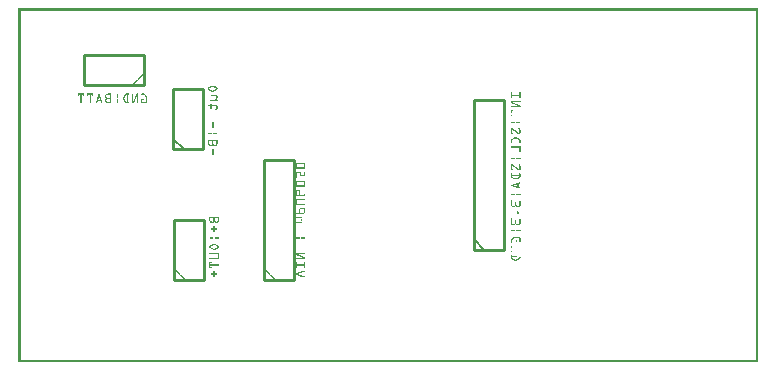
<source format=gbo>
G04 MADE WITH FRITZING*
G04 WWW.FRITZING.ORG*
G04 DOUBLE SIDED*
G04 HOLES PLATED*
G04 CONTOUR ON CENTER OF CONTOUR VECTOR*
%ASAXBY*%
%FSLAX23Y23*%
%MOIN*%
%OFA0B0*%
%SFA1.0B1.0*%
%ADD10C,0.010000*%
%ADD11C,0.005000*%
%ADD12R,0.001000X0.001000*%
%LNSILK0*%
G90*
G70*
G54D10*
X1518Y376D02*
X1518Y876D01*
D02*
X1518Y876D02*
X1618Y876D01*
D02*
X1618Y876D02*
X1618Y376D01*
D02*
X1618Y376D02*
X1518Y376D01*
G54D11*
D02*
X1518Y411D02*
X1553Y376D01*
G54D10*
D02*
X518Y276D02*
X518Y476D01*
D02*
X518Y476D02*
X618Y476D01*
D02*
X618Y476D02*
X618Y276D01*
D02*
X618Y276D02*
X518Y276D01*
D02*
X516Y710D02*
X516Y910D01*
D02*
X516Y910D02*
X616Y910D01*
D02*
X616Y910D02*
X616Y710D01*
D02*
X616Y710D02*
X516Y710D01*
G54D11*
D02*
X516Y745D02*
X551Y710D01*
G54D10*
D02*
X818Y276D02*
X818Y676D01*
D02*
X818Y676D02*
X918Y676D01*
D02*
X918Y676D02*
X918Y276D01*
D02*
X918Y276D02*
X818Y276D01*
D02*
X418Y926D02*
X218Y926D01*
D02*
X218Y926D02*
X218Y1026D01*
D02*
X218Y1026D02*
X418Y1026D01*
D02*
X418Y1026D02*
X418Y926D01*
G54D12*
X1Y1179D02*
X2465Y1179D01*
X1Y1178D02*
X2465Y1178D01*
X1Y1177D02*
X2465Y1177D01*
X1Y1176D02*
X2465Y1176D01*
X1Y1175D02*
X2465Y1175D01*
X1Y1174D02*
X2465Y1174D01*
X1Y1173D02*
X2465Y1173D01*
X1Y1172D02*
X2465Y1172D01*
X1Y1171D02*
X8Y1171D01*
X2458Y1171D02*
X2465Y1171D01*
X1Y1170D02*
X8Y1170D01*
X2458Y1170D02*
X2465Y1170D01*
X1Y1169D02*
X8Y1169D01*
X2458Y1169D02*
X2465Y1169D01*
X1Y1168D02*
X8Y1168D01*
X2458Y1168D02*
X2465Y1168D01*
X1Y1167D02*
X8Y1167D01*
X2458Y1167D02*
X2465Y1167D01*
X1Y1166D02*
X8Y1166D01*
X2458Y1166D02*
X2465Y1166D01*
X1Y1165D02*
X8Y1165D01*
X2458Y1165D02*
X2465Y1165D01*
X1Y1164D02*
X8Y1164D01*
X2458Y1164D02*
X2465Y1164D01*
X1Y1163D02*
X8Y1163D01*
X2458Y1163D02*
X2465Y1163D01*
X1Y1162D02*
X8Y1162D01*
X2458Y1162D02*
X2465Y1162D01*
X1Y1161D02*
X8Y1161D01*
X2458Y1161D02*
X2465Y1161D01*
X1Y1160D02*
X8Y1160D01*
X2458Y1160D02*
X2465Y1160D01*
X1Y1159D02*
X8Y1159D01*
X2458Y1159D02*
X2465Y1159D01*
X1Y1158D02*
X8Y1158D01*
X2458Y1158D02*
X2465Y1158D01*
X1Y1157D02*
X8Y1157D01*
X2458Y1157D02*
X2465Y1157D01*
X1Y1156D02*
X8Y1156D01*
X2458Y1156D02*
X2465Y1156D01*
X1Y1155D02*
X8Y1155D01*
X2458Y1155D02*
X2465Y1155D01*
X1Y1154D02*
X8Y1154D01*
X2458Y1154D02*
X2465Y1154D01*
X1Y1153D02*
X8Y1153D01*
X2458Y1153D02*
X2465Y1153D01*
X1Y1152D02*
X8Y1152D01*
X2458Y1152D02*
X2465Y1152D01*
X1Y1151D02*
X8Y1151D01*
X2458Y1151D02*
X2465Y1151D01*
X1Y1150D02*
X8Y1150D01*
X2458Y1150D02*
X2465Y1150D01*
X1Y1149D02*
X8Y1149D01*
X2458Y1149D02*
X2465Y1149D01*
X1Y1148D02*
X8Y1148D01*
X2458Y1148D02*
X2465Y1148D01*
X1Y1147D02*
X8Y1147D01*
X2458Y1147D02*
X2465Y1147D01*
X1Y1146D02*
X8Y1146D01*
X2458Y1146D02*
X2465Y1146D01*
X1Y1145D02*
X8Y1145D01*
X2458Y1145D02*
X2465Y1145D01*
X1Y1144D02*
X8Y1144D01*
X2458Y1144D02*
X2465Y1144D01*
X1Y1143D02*
X8Y1143D01*
X2458Y1143D02*
X2465Y1143D01*
X1Y1142D02*
X8Y1142D01*
X2458Y1142D02*
X2465Y1142D01*
X1Y1141D02*
X8Y1141D01*
X2458Y1141D02*
X2465Y1141D01*
X1Y1140D02*
X8Y1140D01*
X2458Y1140D02*
X2465Y1140D01*
X1Y1139D02*
X8Y1139D01*
X2458Y1139D02*
X2465Y1139D01*
X1Y1138D02*
X8Y1138D01*
X2458Y1138D02*
X2465Y1138D01*
X1Y1137D02*
X8Y1137D01*
X2458Y1137D02*
X2465Y1137D01*
X1Y1136D02*
X8Y1136D01*
X2458Y1136D02*
X2465Y1136D01*
X1Y1135D02*
X8Y1135D01*
X2458Y1135D02*
X2465Y1135D01*
X1Y1134D02*
X8Y1134D01*
X2458Y1134D02*
X2465Y1134D01*
X1Y1133D02*
X8Y1133D01*
X2458Y1133D02*
X2465Y1133D01*
X1Y1132D02*
X8Y1132D01*
X2458Y1132D02*
X2465Y1132D01*
X1Y1131D02*
X8Y1131D01*
X2458Y1131D02*
X2465Y1131D01*
X1Y1130D02*
X8Y1130D01*
X2458Y1130D02*
X2465Y1130D01*
X1Y1129D02*
X8Y1129D01*
X2458Y1129D02*
X2465Y1129D01*
X1Y1128D02*
X8Y1128D01*
X2458Y1128D02*
X2465Y1128D01*
X1Y1127D02*
X8Y1127D01*
X2458Y1127D02*
X2465Y1127D01*
X1Y1126D02*
X8Y1126D01*
X2458Y1126D02*
X2465Y1126D01*
X1Y1125D02*
X8Y1125D01*
X2458Y1125D02*
X2465Y1125D01*
X1Y1124D02*
X8Y1124D01*
X2458Y1124D02*
X2465Y1124D01*
X1Y1123D02*
X8Y1123D01*
X2458Y1123D02*
X2465Y1123D01*
X1Y1122D02*
X8Y1122D01*
X2458Y1122D02*
X2465Y1122D01*
X1Y1121D02*
X8Y1121D01*
X2458Y1121D02*
X2465Y1121D01*
X1Y1120D02*
X8Y1120D01*
X2458Y1120D02*
X2465Y1120D01*
X1Y1119D02*
X8Y1119D01*
X2458Y1119D02*
X2465Y1119D01*
X1Y1118D02*
X8Y1118D01*
X2458Y1118D02*
X2465Y1118D01*
X1Y1117D02*
X8Y1117D01*
X2458Y1117D02*
X2465Y1117D01*
X1Y1116D02*
X8Y1116D01*
X2458Y1116D02*
X2465Y1116D01*
X1Y1115D02*
X8Y1115D01*
X2458Y1115D02*
X2465Y1115D01*
X1Y1114D02*
X8Y1114D01*
X2458Y1114D02*
X2465Y1114D01*
X1Y1113D02*
X8Y1113D01*
X2458Y1113D02*
X2465Y1113D01*
X1Y1112D02*
X8Y1112D01*
X2458Y1112D02*
X2465Y1112D01*
X1Y1111D02*
X8Y1111D01*
X2458Y1111D02*
X2465Y1111D01*
X1Y1110D02*
X8Y1110D01*
X2458Y1110D02*
X2465Y1110D01*
X1Y1109D02*
X8Y1109D01*
X2458Y1109D02*
X2465Y1109D01*
X1Y1108D02*
X8Y1108D01*
X2458Y1108D02*
X2465Y1108D01*
X1Y1107D02*
X8Y1107D01*
X2458Y1107D02*
X2465Y1107D01*
X1Y1106D02*
X8Y1106D01*
X2458Y1106D02*
X2465Y1106D01*
X1Y1105D02*
X8Y1105D01*
X2458Y1105D02*
X2465Y1105D01*
X1Y1104D02*
X8Y1104D01*
X2458Y1104D02*
X2465Y1104D01*
X1Y1103D02*
X8Y1103D01*
X2458Y1103D02*
X2465Y1103D01*
X1Y1102D02*
X8Y1102D01*
X2458Y1102D02*
X2465Y1102D01*
X1Y1101D02*
X8Y1101D01*
X2458Y1101D02*
X2465Y1101D01*
X1Y1100D02*
X8Y1100D01*
X2458Y1100D02*
X2465Y1100D01*
X1Y1099D02*
X8Y1099D01*
X2458Y1099D02*
X2465Y1099D01*
X1Y1098D02*
X8Y1098D01*
X2458Y1098D02*
X2465Y1098D01*
X1Y1097D02*
X8Y1097D01*
X2458Y1097D02*
X2465Y1097D01*
X1Y1096D02*
X8Y1096D01*
X2458Y1096D02*
X2465Y1096D01*
X1Y1095D02*
X8Y1095D01*
X2458Y1095D02*
X2465Y1095D01*
X1Y1094D02*
X8Y1094D01*
X2458Y1094D02*
X2465Y1094D01*
X1Y1093D02*
X8Y1093D01*
X2458Y1093D02*
X2465Y1093D01*
X1Y1092D02*
X8Y1092D01*
X2458Y1092D02*
X2465Y1092D01*
X1Y1091D02*
X8Y1091D01*
X2458Y1091D02*
X2465Y1091D01*
X1Y1090D02*
X8Y1090D01*
X2458Y1090D02*
X2465Y1090D01*
X1Y1089D02*
X8Y1089D01*
X2458Y1089D02*
X2465Y1089D01*
X1Y1088D02*
X8Y1088D01*
X2458Y1088D02*
X2465Y1088D01*
X1Y1087D02*
X8Y1087D01*
X2458Y1087D02*
X2465Y1087D01*
X1Y1086D02*
X8Y1086D01*
X2458Y1086D02*
X2465Y1086D01*
X1Y1085D02*
X8Y1085D01*
X2458Y1085D02*
X2465Y1085D01*
X1Y1084D02*
X8Y1084D01*
X2458Y1084D02*
X2465Y1084D01*
X1Y1083D02*
X8Y1083D01*
X2458Y1083D02*
X2465Y1083D01*
X1Y1082D02*
X8Y1082D01*
X2458Y1082D02*
X2465Y1082D01*
X1Y1081D02*
X8Y1081D01*
X2458Y1081D02*
X2465Y1081D01*
X1Y1080D02*
X8Y1080D01*
X2458Y1080D02*
X2465Y1080D01*
X1Y1079D02*
X8Y1079D01*
X2458Y1079D02*
X2465Y1079D01*
X1Y1078D02*
X8Y1078D01*
X2458Y1078D02*
X2465Y1078D01*
X1Y1077D02*
X8Y1077D01*
X2458Y1077D02*
X2465Y1077D01*
X1Y1076D02*
X8Y1076D01*
X2458Y1076D02*
X2465Y1076D01*
X1Y1075D02*
X8Y1075D01*
X2458Y1075D02*
X2465Y1075D01*
X1Y1074D02*
X8Y1074D01*
X2458Y1074D02*
X2465Y1074D01*
X1Y1073D02*
X8Y1073D01*
X2458Y1073D02*
X2465Y1073D01*
X1Y1072D02*
X8Y1072D01*
X2458Y1072D02*
X2465Y1072D01*
X1Y1071D02*
X8Y1071D01*
X2458Y1071D02*
X2465Y1071D01*
X1Y1070D02*
X8Y1070D01*
X2458Y1070D02*
X2465Y1070D01*
X1Y1069D02*
X8Y1069D01*
X2458Y1069D02*
X2465Y1069D01*
X1Y1068D02*
X8Y1068D01*
X2458Y1068D02*
X2465Y1068D01*
X1Y1067D02*
X8Y1067D01*
X2458Y1067D02*
X2465Y1067D01*
X1Y1066D02*
X8Y1066D01*
X2458Y1066D02*
X2465Y1066D01*
X1Y1065D02*
X8Y1065D01*
X2458Y1065D02*
X2465Y1065D01*
X1Y1064D02*
X8Y1064D01*
X2458Y1064D02*
X2465Y1064D01*
X1Y1063D02*
X8Y1063D01*
X2458Y1063D02*
X2465Y1063D01*
X1Y1062D02*
X8Y1062D01*
X2458Y1062D02*
X2465Y1062D01*
X1Y1061D02*
X8Y1061D01*
X2458Y1061D02*
X2465Y1061D01*
X1Y1060D02*
X8Y1060D01*
X2458Y1060D02*
X2465Y1060D01*
X1Y1059D02*
X8Y1059D01*
X2458Y1059D02*
X2465Y1059D01*
X1Y1058D02*
X8Y1058D01*
X2458Y1058D02*
X2465Y1058D01*
X1Y1057D02*
X8Y1057D01*
X2458Y1057D02*
X2465Y1057D01*
X1Y1056D02*
X8Y1056D01*
X2458Y1056D02*
X2465Y1056D01*
X1Y1055D02*
X8Y1055D01*
X2458Y1055D02*
X2465Y1055D01*
X1Y1054D02*
X8Y1054D01*
X2458Y1054D02*
X2465Y1054D01*
X1Y1053D02*
X8Y1053D01*
X2458Y1053D02*
X2465Y1053D01*
X1Y1052D02*
X8Y1052D01*
X2458Y1052D02*
X2465Y1052D01*
X1Y1051D02*
X8Y1051D01*
X2458Y1051D02*
X2465Y1051D01*
X1Y1050D02*
X8Y1050D01*
X2458Y1050D02*
X2465Y1050D01*
X1Y1049D02*
X8Y1049D01*
X2458Y1049D02*
X2465Y1049D01*
X1Y1048D02*
X8Y1048D01*
X2458Y1048D02*
X2465Y1048D01*
X1Y1047D02*
X8Y1047D01*
X2458Y1047D02*
X2465Y1047D01*
X1Y1046D02*
X8Y1046D01*
X2458Y1046D02*
X2465Y1046D01*
X1Y1045D02*
X8Y1045D01*
X2458Y1045D02*
X2465Y1045D01*
X1Y1044D02*
X8Y1044D01*
X2458Y1044D02*
X2465Y1044D01*
X1Y1043D02*
X8Y1043D01*
X2458Y1043D02*
X2465Y1043D01*
X1Y1042D02*
X8Y1042D01*
X2458Y1042D02*
X2465Y1042D01*
X1Y1041D02*
X8Y1041D01*
X2458Y1041D02*
X2465Y1041D01*
X1Y1040D02*
X8Y1040D01*
X2458Y1040D02*
X2465Y1040D01*
X1Y1039D02*
X8Y1039D01*
X2458Y1039D02*
X2465Y1039D01*
X1Y1038D02*
X8Y1038D01*
X2458Y1038D02*
X2465Y1038D01*
X1Y1037D02*
X8Y1037D01*
X2458Y1037D02*
X2465Y1037D01*
X1Y1036D02*
X8Y1036D01*
X2458Y1036D02*
X2465Y1036D01*
X1Y1035D02*
X8Y1035D01*
X2458Y1035D02*
X2465Y1035D01*
X1Y1034D02*
X8Y1034D01*
X2458Y1034D02*
X2465Y1034D01*
X1Y1033D02*
X8Y1033D01*
X2458Y1033D02*
X2465Y1033D01*
X1Y1032D02*
X8Y1032D01*
X2458Y1032D02*
X2465Y1032D01*
X1Y1031D02*
X8Y1031D01*
X2458Y1031D02*
X2465Y1031D01*
X1Y1030D02*
X8Y1030D01*
X2458Y1030D02*
X2465Y1030D01*
X1Y1029D02*
X8Y1029D01*
X2458Y1029D02*
X2465Y1029D01*
X1Y1028D02*
X8Y1028D01*
X2458Y1028D02*
X2465Y1028D01*
X1Y1027D02*
X8Y1027D01*
X2458Y1027D02*
X2465Y1027D01*
X1Y1026D02*
X8Y1026D01*
X2458Y1026D02*
X2465Y1026D01*
X1Y1025D02*
X8Y1025D01*
X2458Y1025D02*
X2465Y1025D01*
X1Y1024D02*
X8Y1024D01*
X2458Y1024D02*
X2465Y1024D01*
X1Y1023D02*
X8Y1023D01*
X2458Y1023D02*
X2465Y1023D01*
X1Y1022D02*
X8Y1022D01*
X2458Y1022D02*
X2465Y1022D01*
X1Y1021D02*
X8Y1021D01*
X2458Y1021D02*
X2465Y1021D01*
X1Y1020D02*
X8Y1020D01*
X2458Y1020D02*
X2465Y1020D01*
X1Y1019D02*
X8Y1019D01*
X2458Y1019D02*
X2465Y1019D01*
X1Y1018D02*
X8Y1018D01*
X2458Y1018D02*
X2465Y1018D01*
X1Y1017D02*
X8Y1017D01*
X2458Y1017D02*
X2465Y1017D01*
X1Y1016D02*
X8Y1016D01*
X2458Y1016D02*
X2465Y1016D01*
X1Y1015D02*
X8Y1015D01*
X2458Y1015D02*
X2465Y1015D01*
X1Y1014D02*
X8Y1014D01*
X2458Y1014D02*
X2465Y1014D01*
X1Y1013D02*
X8Y1013D01*
X2458Y1013D02*
X2465Y1013D01*
X1Y1012D02*
X8Y1012D01*
X2458Y1012D02*
X2465Y1012D01*
X1Y1011D02*
X8Y1011D01*
X2458Y1011D02*
X2465Y1011D01*
X1Y1010D02*
X8Y1010D01*
X2458Y1010D02*
X2465Y1010D01*
X1Y1009D02*
X8Y1009D01*
X2458Y1009D02*
X2465Y1009D01*
X1Y1008D02*
X8Y1008D01*
X2458Y1008D02*
X2465Y1008D01*
X1Y1007D02*
X8Y1007D01*
X2458Y1007D02*
X2465Y1007D01*
X1Y1006D02*
X8Y1006D01*
X2458Y1006D02*
X2465Y1006D01*
X1Y1005D02*
X8Y1005D01*
X2458Y1005D02*
X2465Y1005D01*
X1Y1004D02*
X8Y1004D01*
X2458Y1004D02*
X2465Y1004D01*
X1Y1003D02*
X8Y1003D01*
X2458Y1003D02*
X2465Y1003D01*
X1Y1002D02*
X8Y1002D01*
X2458Y1002D02*
X2465Y1002D01*
X1Y1001D02*
X8Y1001D01*
X2458Y1001D02*
X2465Y1001D01*
X1Y1000D02*
X8Y1000D01*
X2458Y1000D02*
X2465Y1000D01*
X1Y999D02*
X8Y999D01*
X2458Y999D02*
X2465Y999D01*
X1Y998D02*
X8Y998D01*
X2458Y998D02*
X2465Y998D01*
X1Y997D02*
X8Y997D01*
X2458Y997D02*
X2465Y997D01*
X1Y996D02*
X8Y996D01*
X2458Y996D02*
X2465Y996D01*
X1Y995D02*
X8Y995D01*
X2458Y995D02*
X2465Y995D01*
X1Y994D02*
X8Y994D01*
X2458Y994D02*
X2465Y994D01*
X1Y993D02*
X8Y993D01*
X2458Y993D02*
X2465Y993D01*
X1Y992D02*
X8Y992D01*
X2458Y992D02*
X2465Y992D01*
X1Y991D02*
X8Y991D01*
X2458Y991D02*
X2465Y991D01*
X1Y990D02*
X8Y990D01*
X2458Y990D02*
X2465Y990D01*
X1Y989D02*
X8Y989D01*
X2458Y989D02*
X2465Y989D01*
X1Y988D02*
X8Y988D01*
X2458Y988D02*
X2465Y988D01*
X1Y987D02*
X8Y987D01*
X2458Y987D02*
X2465Y987D01*
X1Y986D02*
X8Y986D01*
X2458Y986D02*
X2465Y986D01*
X1Y985D02*
X8Y985D01*
X2458Y985D02*
X2465Y985D01*
X1Y984D02*
X8Y984D01*
X2458Y984D02*
X2465Y984D01*
X1Y983D02*
X8Y983D01*
X2458Y983D02*
X2465Y983D01*
X1Y982D02*
X8Y982D01*
X2458Y982D02*
X2465Y982D01*
X1Y981D02*
X8Y981D01*
X2458Y981D02*
X2465Y981D01*
X1Y980D02*
X8Y980D01*
X2458Y980D02*
X2465Y980D01*
X1Y979D02*
X8Y979D01*
X2458Y979D02*
X2465Y979D01*
X1Y978D02*
X8Y978D01*
X2458Y978D02*
X2465Y978D01*
X1Y977D02*
X8Y977D01*
X2458Y977D02*
X2465Y977D01*
X1Y976D02*
X8Y976D01*
X2458Y976D02*
X2465Y976D01*
X1Y975D02*
X8Y975D01*
X2458Y975D02*
X2465Y975D01*
X1Y974D02*
X8Y974D01*
X2458Y974D02*
X2465Y974D01*
X1Y973D02*
X8Y973D01*
X2458Y973D02*
X2465Y973D01*
X1Y972D02*
X8Y972D01*
X2458Y972D02*
X2465Y972D01*
X1Y971D02*
X8Y971D01*
X2458Y971D02*
X2465Y971D01*
X1Y970D02*
X8Y970D01*
X2458Y970D02*
X2465Y970D01*
X1Y969D02*
X8Y969D01*
X2458Y969D02*
X2465Y969D01*
X1Y968D02*
X8Y968D01*
X2458Y968D02*
X2465Y968D01*
X1Y967D02*
X8Y967D01*
X2458Y967D02*
X2465Y967D01*
X1Y966D02*
X8Y966D01*
X2458Y966D02*
X2465Y966D01*
X1Y965D02*
X8Y965D01*
X2458Y965D02*
X2465Y965D01*
X1Y964D02*
X8Y964D01*
X2458Y964D02*
X2465Y964D01*
X1Y963D02*
X8Y963D01*
X417Y963D02*
X417Y963D01*
X2458Y963D02*
X2465Y963D01*
X1Y962D02*
X8Y962D01*
X416Y962D02*
X418Y962D01*
X2458Y962D02*
X2465Y962D01*
X1Y961D02*
X8Y961D01*
X415Y961D02*
X419Y961D01*
X2458Y961D02*
X2465Y961D01*
X1Y960D02*
X8Y960D01*
X414Y960D02*
X420Y960D01*
X2458Y960D02*
X2465Y960D01*
X1Y959D02*
X8Y959D01*
X413Y959D02*
X419Y959D01*
X2458Y959D02*
X2465Y959D01*
X1Y958D02*
X8Y958D01*
X412Y958D02*
X418Y958D01*
X2458Y958D02*
X2465Y958D01*
X1Y957D02*
X8Y957D01*
X411Y957D02*
X417Y957D01*
X2458Y957D02*
X2465Y957D01*
X1Y956D02*
X8Y956D01*
X410Y956D02*
X416Y956D01*
X2458Y956D02*
X2465Y956D01*
X1Y955D02*
X8Y955D01*
X409Y955D02*
X415Y955D01*
X2458Y955D02*
X2465Y955D01*
X1Y954D02*
X8Y954D01*
X408Y954D02*
X414Y954D01*
X2458Y954D02*
X2465Y954D01*
X1Y953D02*
X8Y953D01*
X407Y953D02*
X413Y953D01*
X2458Y953D02*
X2465Y953D01*
X1Y952D02*
X8Y952D01*
X406Y952D02*
X412Y952D01*
X2458Y952D02*
X2465Y952D01*
X1Y951D02*
X8Y951D01*
X405Y951D02*
X411Y951D01*
X2458Y951D02*
X2465Y951D01*
X1Y950D02*
X8Y950D01*
X404Y950D02*
X410Y950D01*
X2458Y950D02*
X2465Y950D01*
X1Y949D02*
X8Y949D01*
X404Y949D02*
X409Y949D01*
X2458Y949D02*
X2465Y949D01*
X1Y948D02*
X8Y948D01*
X403Y948D02*
X408Y948D01*
X2458Y948D02*
X2465Y948D01*
X1Y947D02*
X8Y947D01*
X402Y947D02*
X407Y947D01*
X2458Y947D02*
X2465Y947D01*
X1Y946D02*
X8Y946D01*
X401Y946D02*
X406Y946D01*
X2458Y946D02*
X2465Y946D01*
X1Y945D02*
X8Y945D01*
X400Y945D02*
X405Y945D01*
X2458Y945D02*
X2465Y945D01*
X1Y944D02*
X8Y944D01*
X399Y944D02*
X404Y944D01*
X2458Y944D02*
X2465Y944D01*
X1Y943D02*
X8Y943D01*
X398Y943D02*
X403Y943D01*
X2458Y943D02*
X2465Y943D01*
X1Y942D02*
X8Y942D01*
X396Y942D02*
X402Y942D01*
X2458Y942D02*
X2465Y942D01*
X1Y941D02*
X8Y941D01*
X395Y941D02*
X401Y941D01*
X2458Y941D02*
X2465Y941D01*
X1Y940D02*
X8Y940D01*
X394Y940D02*
X400Y940D01*
X2458Y940D02*
X2465Y940D01*
X1Y939D02*
X8Y939D01*
X393Y939D02*
X399Y939D01*
X2458Y939D02*
X2465Y939D01*
X1Y938D02*
X8Y938D01*
X392Y938D02*
X398Y938D01*
X2458Y938D02*
X2465Y938D01*
X1Y937D02*
X8Y937D01*
X391Y937D02*
X397Y937D01*
X2458Y937D02*
X2465Y937D01*
X1Y936D02*
X8Y936D01*
X390Y936D02*
X396Y936D01*
X2458Y936D02*
X2465Y936D01*
X1Y935D02*
X8Y935D01*
X389Y935D02*
X395Y935D01*
X2458Y935D02*
X2465Y935D01*
X1Y934D02*
X8Y934D01*
X388Y934D02*
X394Y934D01*
X2458Y934D02*
X2465Y934D01*
X1Y933D02*
X8Y933D01*
X387Y933D02*
X393Y933D01*
X2458Y933D02*
X2465Y933D01*
X1Y932D02*
X8Y932D01*
X386Y932D02*
X392Y932D01*
X2458Y932D02*
X2465Y932D01*
X1Y931D02*
X8Y931D01*
X385Y931D02*
X391Y931D01*
X2458Y931D02*
X2465Y931D01*
X1Y930D02*
X8Y930D01*
X384Y930D02*
X390Y930D01*
X2458Y930D02*
X2465Y930D01*
X1Y929D02*
X8Y929D01*
X383Y929D02*
X389Y929D01*
X2458Y929D02*
X2465Y929D01*
X1Y928D02*
X8Y928D01*
X383Y928D02*
X388Y928D01*
X2458Y928D02*
X2465Y928D01*
X1Y927D02*
X8Y927D01*
X384Y927D02*
X387Y927D01*
X2458Y927D02*
X2465Y927D01*
X1Y926D02*
X8Y926D01*
X385Y926D02*
X386Y926D01*
X2458Y926D02*
X2465Y926D01*
X1Y925D02*
X8Y925D01*
X2458Y925D02*
X2465Y925D01*
X1Y924D02*
X8Y924D01*
X2458Y924D02*
X2465Y924D01*
X1Y923D02*
X8Y923D01*
X2458Y923D02*
X2465Y923D01*
X1Y922D02*
X8Y922D01*
X647Y922D02*
X650Y922D01*
X2458Y922D02*
X2465Y922D01*
X1Y921D02*
X8Y921D01*
X644Y921D02*
X653Y921D01*
X2458Y921D02*
X2465Y921D01*
X1Y920D02*
X8Y920D01*
X642Y920D02*
X655Y920D01*
X2458Y920D02*
X2465Y920D01*
X1Y919D02*
X8Y919D01*
X640Y919D02*
X657Y919D01*
X2458Y919D02*
X2465Y919D01*
X1Y918D02*
X8Y918D01*
X638Y918D02*
X647Y918D01*
X649Y918D02*
X659Y918D01*
X2458Y918D02*
X2465Y918D01*
X1Y917D02*
X8Y917D01*
X636Y917D02*
X644Y917D01*
X652Y917D02*
X661Y917D01*
X2458Y917D02*
X2465Y917D01*
X1Y916D02*
X8Y916D01*
X634Y916D02*
X642Y916D01*
X654Y916D02*
X662Y916D01*
X2458Y916D02*
X2465Y916D01*
X1Y915D02*
X8Y915D01*
X633Y915D02*
X640Y915D01*
X656Y915D02*
X663Y915D01*
X2458Y915D02*
X2465Y915D01*
X1Y914D02*
X8Y914D01*
X633Y914D02*
X638Y914D01*
X658Y914D02*
X663Y914D01*
X2458Y914D02*
X2465Y914D01*
X1Y913D02*
X8Y913D01*
X633Y913D02*
X636Y913D01*
X660Y913D02*
X664Y913D01*
X2458Y913D02*
X2465Y913D01*
X1Y912D02*
X8Y912D01*
X632Y912D02*
X636Y912D01*
X661Y912D02*
X664Y912D01*
X2458Y912D02*
X2465Y912D01*
X1Y911D02*
X8Y911D01*
X633Y911D02*
X636Y911D01*
X660Y911D02*
X664Y911D01*
X2458Y911D02*
X2465Y911D01*
X1Y910D02*
X8Y910D01*
X633Y910D02*
X638Y910D01*
X659Y910D02*
X664Y910D01*
X2458Y910D02*
X2465Y910D01*
X1Y909D02*
X8Y909D01*
X633Y909D02*
X640Y909D01*
X657Y909D02*
X663Y909D01*
X2458Y909D02*
X2465Y909D01*
X1Y908D02*
X8Y908D01*
X634Y908D02*
X642Y908D01*
X655Y908D02*
X662Y908D01*
X2458Y908D02*
X2465Y908D01*
X1Y907D02*
X8Y907D01*
X636Y907D02*
X644Y907D01*
X653Y907D02*
X661Y907D01*
X2458Y907D02*
X2465Y907D01*
X1Y906D02*
X8Y906D01*
X637Y906D02*
X646Y906D01*
X650Y906D02*
X659Y906D01*
X2458Y906D02*
X2465Y906D01*
X1Y905D02*
X8Y905D01*
X640Y905D02*
X657Y905D01*
X2458Y905D02*
X2465Y905D01*
X1Y904D02*
X8Y904D01*
X642Y904D02*
X655Y904D01*
X2458Y904D02*
X2465Y904D01*
X1Y903D02*
X8Y903D01*
X644Y903D02*
X653Y903D01*
X2458Y903D02*
X2465Y903D01*
X1Y902D02*
X8Y902D01*
X646Y902D02*
X650Y902D01*
X2458Y902D02*
X2465Y902D01*
X1Y901D02*
X8Y901D01*
X2458Y901D02*
X2465Y901D01*
X1Y900D02*
X8Y900D01*
X1643Y900D02*
X1645Y900D01*
X1671Y900D02*
X1673Y900D01*
X2458Y900D02*
X2465Y900D01*
X1Y899D02*
X8Y899D01*
X1642Y899D02*
X1645Y899D01*
X1671Y899D02*
X1674Y899D01*
X2458Y899D02*
X2465Y899D01*
X1Y898D02*
X8Y898D01*
X1642Y898D02*
X1645Y898D01*
X1670Y898D02*
X1674Y898D01*
X2458Y898D02*
X2465Y898D01*
X1Y897D02*
X8Y897D01*
X1642Y897D02*
X1645Y897D01*
X1670Y897D02*
X1674Y897D01*
X2458Y897D02*
X2465Y897D01*
X1Y896D02*
X8Y896D01*
X200Y896D02*
X218Y896D01*
X230Y896D02*
X249Y896D01*
X298Y896D02*
X309Y896D01*
X361Y896D02*
X367Y896D01*
X396Y896D02*
X399Y896D01*
X413Y896D02*
X417Y896D01*
X1642Y896D02*
X1645Y896D01*
X1670Y896D02*
X1674Y896D01*
X2458Y896D02*
X2465Y896D01*
X1Y895D02*
X8Y895D01*
X199Y895D02*
X219Y895D01*
X229Y895D02*
X249Y895D01*
X268Y895D02*
X270Y895D01*
X294Y895D02*
X309Y895D01*
X328Y895D02*
X331Y895D01*
X357Y895D02*
X369Y895D01*
X380Y895D02*
X383Y895D01*
X395Y895D02*
X400Y895D01*
X410Y895D02*
X421Y895D01*
X1642Y895D02*
X1645Y895D01*
X1670Y895D02*
X1674Y895D01*
X2458Y895D02*
X2465Y895D01*
X1Y894D02*
X8Y894D01*
X199Y894D02*
X219Y894D01*
X229Y894D02*
X249Y894D01*
X268Y894D02*
X271Y894D01*
X293Y894D02*
X309Y894D01*
X328Y894D02*
X331Y894D01*
X356Y894D02*
X369Y894D01*
X380Y894D02*
X383Y894D01*
X394Y894D02*
X400Y894D01*
X410Y894D02*
X422Y894D01*
X1642Y894D02*
X1645Y894D01*
X1670Y894D02*
X1674Y894D01*
X2458Y894D02*
X2465Y894D01*
X1Y893D02*
X8Y893D01*
X199Y893D02*
X219Y893D01*
X229Y893D02*
X249Y893D01*
X267Y893D02*
X271Y893D01*
X292Y893D02*
X309Y893D01*
X328Y893D02*
X331Y893D01*
X355Y893D02*
X369Y893D01*
X380Y893D02*
X383Y893D01*
X394Y893D02*
X400Y893D01*
X410Y893D02*
X423Y893D01*
X1642Y893D02*
X1645Y893D01*
X1670Y893D02*
X1674Y893D01*
X2458Y893D02*
X2465Y893D01*
X1Y892D02*
X8Y892D01*
X199Y892D02*
X219Y892D01*
X229Y892D02*
X249Y892D01*
X267Y892D02*
X272Y892D01*
X291Y892D02*
X309Y892D01*
X328Y892D02*
X331Y892D01*
X355Y892D02*
X368Y892D01*
X380Y892D02*
X383Y892D01*
X393Y892D02*
X400Y892D01*
X411Y892D02*
X424Y892D01*
X643Y892D02*
X647Y892D01*
X1642Y892D02*
X1674Y892D01*
X2458Y892D02*
X2465Y892D01*
X1Y891D02*
X8Y891D01*
X199Y891D02*
X202Y891D01*
X207Y891D02*
X211Y891D01*
X216Y891D02*
X219Y891D01*
X229Y891D02*
X233Y891D01*
X238Y891D02*
X241Y891D01*
X246Y891D02*
X249Y891D01*
X267Y891D02*
X272Y891D01*
X290Y891D02*
X295Y891D01*
X306Y891D02*
X309Y891D01*
X328Y891D02*
X331Y891D01*
X354Y891D02*
X358Y891D01*
X362Y891D02*
X365Y891D01*
X380Y891D02*
X383Y891D01*
X393Y891D02*
X400Y891D01*
X420Y891D02*
X424Y891D01*
X642Y891D02*
X660Y891D01*
X1642Y891D02*
X1674Y891D01*
X2458Y891D02*
X2465Y891D01*
X1Y890D02*
X8Y890D01*
X199Y890D02*
X202Y890D01*
X207Y890D02*
X211Y890D01*
X216Y890D02*
X219Y890D01*
X229Y890D02*
X232Y890D01*
X238Y890D02*
X241Y890D01*
X246Y890D02*
X249Y890D01*
X266Y890D02*
X272Y890D01*
X290Y890D02*
X294Y890D01*
X306Y890D02*
X309Y890D01*
X328Y890D02*
X331Y890D01*
X354Y890D02*
X358Y890D01*
X362Y890D02*
X365Y890D01*
X380Y890D02*
X383Y890D01*
X392Y890D02*
X400Y890D01*
X421Y890D02*
X425Y890D01*
X641Y890D02*
X662Y890D01*
X1642Y890D02*
X1674Y890D01*
X2458Y890D02*
X2465Y890D01*
X1Y889D02*
X8Y889D01*
X200Y889D02*
X202Y889D01*
X207Y889D02*
X211Y889D01*
X216Y889D02*
X218Y889D01*
X230Y889D02*
X232Y889D01*
X238Y889D02*
X241Y889D01*
X246Y889D02*
X248Y889D01*
X266Y889D02*
X272Y889D01*
X290Y889D02*
X293Y889D01*
X306Y889D02*
X309Y889D01*
X328Y889D02*
X331Y889D01*
X353Y889D02*
X357Y889D01*
X362Y889D02*
X365Y889D01*
X380Y889D02*
X383Y889D01*
X392Y889D02*
X400Y889D01*
X422Y889D02*
X426Y889D01*
X642Y889D02*
X663Y889D01*
X1642Y889D02*
X1674Y889D01*
X2458Y889D02*
X2465Y889D01*
X1Y888D02*
X8Y888D01*
X207Y888D02*
X211Y888D01*
X238Y888D02*
X241Y888D01*
X266Y888D02*
X273Y888D01*
X290Y888D02*
X293Y888D01*
X306Y888D02*
X309Y888D01*
X328Y888D02*
X331Y888D01*
X353Y888D02*
X356Y888D01*
X362Y888D02*
X365Y888D01*
X380Y888D02*
X383Y888D01*
X392Y888D02*
X400Y888D01*
X422Y888D02*
X427Y888D01*
X643Y888D02*
X663Y888D01*
X1642Y888D02*
X1646Y888D01*
X1670Y888D02*
X1674Y888D01*
X2458Y888D02*
X2465Y888D01*
X1Y887D02*
X8Y887D01*
X207Y887D02*
X211Y887D01*
X238Y887D02*
X241Y887D01*
X266Y887D02*
X273Y887D01*
X290Y887D02*
X293Y887D01*
X306Y887D02*
X309Y887D01*
X328Y887D02*
X331Y887D01*
X352Y887D02*
X356Y887D01*
X362Y887D02*
X365Y887D01*
X380Y887D02*
X383Y887D01*
X391Y887D02*
X400Y887D01*
X423Y887D02*
X427Y887D01*
X660Y887D02*
X664Y887D01*
X1642Y887D02*
X1645Y887D01*
X1670Y887D02*
X1674Y887D01*
X2458Y887D02*
X2465Y887D01*
X1Y886D02*
X8Y886D01*
X207Y886D02*
X211Y886D01*
X238Y886D02*
X241Y886D01*
X265Y886D02*
X273Y886D01*
X290Y886D02*
X293Y886D01*
X306Y886D02*
X309Y886D01*
X328Y886D02*
X331Y886D01*
X352Y886D02*
X355Y886D01*
X362Y886D02*
X365Y886D01*
X380Y886D02*
X383Y886D01*
X391Y886D02*
X394Y886D01*
X396Y886D02*
X400Y886D01*
X424Y886D02*
X428Y886D01*
X661Y886D02*
X664Y886D01*
X1642Y886D02*
X1645Y886D01*
X1670Y886D02*
X1674Y886D01*
X2458Y886D02*
X2465Y886D01*
X1Y885D02*
X8Y885D01*
X207Y885D02*
X211Y885D01*
X238Y885D02*
X241Y885D01*
X265Y885D02*
X268Y885D01*
X270Y885D02*
X274Y885D01*
X290Y885D02*
X293Y885D01*
X306Y885D02*
X309Y885D01*
X328Y885D02*
X331Y885D01*
X351Y885D02*
X355Y885D01*
X362Y885D02*
X365Y885D01*
X380Y885D02*
X383Y885D01*
X390Y885D02*
X394Y885D01*
X396Y885D02*
X400Y885D01*
X425Y885D02*
X429Y885D01*
X661Y885D02*
X664Y885D01*
X1642Y885D02*
X1645Y885D01*
X1670Y885D02*
X1674Y885D01*
X2458Y885D02*
X2465Y885D01*
X1Y884D02*
X8Y884D01*
X207Y884D02*
X211Y884D01*
X238Y884D02*
X241Y884D01*
X265Y884D02*
X268Y884D01*
X271Y884D02*
X274Y884D01*
X290Y884D02*
X293Y884D01*
X306Y884D02*
X309Y884D01*
X328Y884D02*
X331Y884D01*
X351Y884D02*
X354Y884D01*
X362Y884D02*
X365Y884D01*
X380Y884D02*
X383Y884D01*
X390Y884D02*
X393Y884D01*
X396Y884D02*
X400Y884D01*
X425Y884D02*
X429Y884D01*
X661Y884D02*
X664Y884D01*
X1642Y884D02*
X1645Y884D01*
X1670Y884D02*
X1674Y884D01*
X2458Y884D02*
X2465Y884D01*
X1Y883D02*
X8Y883D01*
X207Y883D02*
X211Y883D01*
X238Y883D02*
X241Y883D01*
X264Y883D02*
X268Y883D01*
X271Y883D02*
X274Y883D01*
X290Y883D02*
X294Y883D01*
X306Y883D02*
X309Y883D01*
X328Y883D02*
X331Y883D01*
X350Y883D02*
X354Y883D01*
X362Y883D02*
X365Y883D01*
X380Y883D02*
X383Y883D01*
X389Y883D02*
X393Y883D01*
X396Y883D02*
X400Y883D01*
X426Y883D02*
X429Y883D01*
X661Y883D02*
X664Y883D01*
X1642Y883D02*
X1645Y883D01*
X1670Y883D02*
X1674Y883D01*
X2458Y883D02*
X2465Y883D01*
X1Y882D02*
X8Y882D01*
X207Y882D02*
X211Y882D01*
X238Y882D02*
X241Y882D01*
X264Y882D02*
X268Y882D01*
X271Y882D02*
X274Y882D01*
X291Y882D02*
X296Y882D01*
X306Y882D02*
X309Y882D01*
X328Y882D02*
X331Y882D01*
X350Y882D02*
X353Y882D01*
X362Y882D02*
X365Y882D01*
X380Y882D02*
X383Y882D01*
X389Y882D02*
X393Y882D01*
X396Y882D02*
X400Y882D01*
X426Y882D02*
X430Y882D01*
X660Y882D02*
X664Y882D01*
X1642Y882D02*
X1645Y882D01*
X1671Y882D02*
X1674Y882D01*
X2458Y882D02*
X2465Y882D01*
X1Y881D02*
X8Y881D01*
X207Y881D02*
X211Y881D01*
X238Y881D02*
X241Y881D01*
X264Y881D02*
X267Y881D01*
X271Y881D02*
X275Y881D01*
X291Y881D02*
X309Y881D01*
X350Y881D02*
X353Y881D01*
X362Y881D02*
X365Y881D01*
X380Y881D02*
X383Y881D01*
X388Y881D02*
X392Y881D01*
X396Y881D02*
X400Y881D01*
X427Y881D02*
X430Y881D01*
X660Y881D02*
X664Y881D01*
X1643Y881D02*
X1645Y881D01*
X1671Y881D02*
X1673Y881D01*
X2458Y881D02*
X2465Y881D01*
X1Y880D02*
X8Y880D01*
X207Y880D02*
X211Y880D01*
X238Y880D02*
X241Y880D01*
X264Y880D02*
X267Y880D01*
X272Y880D02*
X275Y880D01*
X292Y880D02*
X309Y880D01*
X350Y880D02*
X353Y880D01*
X362Y880D02*
X365Y880D01*
X380Y880D02*
X383Y880D01*
X388Y880D02*
X392Y880D01*
X396Y880D02*
X400Y880D01*
X427Y880D02*
X430Y880D01*
X659Y880D02*
X663Y880D01*
X1644Y880D02*
X1644Y880D01*
X1672Y880D02*
X1672Y880D01*
X2458Y880D02*
X2465Y880D01*
X1Y879D02*
X8Y879D01*
X207Y879D02*
X211Y879D01*
X238Y879D02*
X241Y879D01*
X263Y879D02*
X267Y879D01*
X272Y879D02*
X275Y879D01*
X292Y879D02*
X309Y879D01*
X350Y879D02*
X353Y879D01*
X362Y879D02*
X365Y879D01*
X380Y879D02*
X383Y879D01*
X388Y879D02*
X391Y879D01*
X396Y879D02*
X400Y879D01*
X427Y879D02*
X430Y879D01*
X659Y879D02*
X663Y879D01*
X2458Y879D02*
X2465Y879D01*
X1Y878D02*
X8Y878D01*
X207Y878D02*
X211Y878D01*
X238Y878D02*
X241Y878D01*
X263Y878D02*
X266Y878D01*
X272Y878D02*
X276Y878D01*
X291Y878D02*
X309Y878D01*
X350Y878D02*
X353Y878D01*
X362Y878D02*
X365Y878D01*
X380Y878D02*
X383Y878D01*
X387Y878D02*
X391Y878D01*
X396Y878D02*
X400Y878D01*
X410Y878D02*
X418Y878D01*
X427Y878D02*
X430Y878D01*
X658Y878D02*
X662Y878D01*
X2458Y878D02*
X2465Y878D01*
X1Y877D02*
X8Y877D01*
X207Y877D02*
X211Y877D01*
X238Y877D02*
X241Y877D01*
X263Y877D02*
X266Y877D01*
X273Y877D02*
X276Y877D01*
X290Y877D02*
X295Y877D01*
X306Y877D02*
X309Y877D01*
X328Y877D02*
X331Y877D01*
X350Y877D02*
X354Y877D01*
X362Y877D02*
X365Y877D01*
X380Y877D02*
X383Y877D01*
X387Y877D02*
X390Y877D01*
X396Y877D02*
X400Y877D01*
X410Y877D02*
X419Y877D01*
X427Y877D02*
X430Y877D01*
X657Y877D02*
X661Y877D01*
X2458Y877D02*
X2465Y877D01*
X1Y876D02*
X8Y876D01*
X207Y876D02*
X211Y876D01*
X238Y876D02*
X241Y876D01*
X262Y876D02*
X266Y876D01*
X273Y876D02*
X276Y876D01*
X290Y876D02*
X294Y876D01*
X306Y876D02*
X309Y876D01*
X328Y876D02*
X331Y876D01*
X351Y876D02*
X354Y876D01*
X362Y876D02*
X365Y876D01*
X380Y876D02*
X383Y876D01*
X386Y876D02*
X390Y876D01*
X396Y876D02*
X400Y876D01*
X410Y876D02*
X419Y876D01*
X427Y876D02*
X430Y876D01*
X657Y876D02*
X661Y876D01*
X2458Y876D02*
X2465Y876D01*
X1Y875D02*
X8Y875D01*
X207Y875D02*
X211Y875D01*
X238Y875D02*
X241Y875D01*
X262Y875D02*
X266Y875D01*
X273Y875D02*
X277Y875D01*
X290Y875D02*
X293Y875D01*
X306Y875D02*
X309Y875D01*
X328Y875D02*
X331Y875D01*
X351Y875D02*
X355Y875D01*
X362Y875D02*
X365Y875D01*
X380Y875D02*
X383Y875D01*
X386Y875D02*
X389Y875D01*
X396Y875D02*
X400Y875D01*
X410Y875D02*
X419Y875D01*
X427Y875D02*
X430Y875D01*
X642Y875D02*
X663Y875D01*
X2458Y875D02*
X2465Y875D01*
X1Y874D02*
X8Y874D01*
X207Y874D02*
X211Y874D01*
X238Y874D02*
X241Y874D01*
X262Y874D02*
X277Y874D01*
X290Y874D02*
X293Y874D01*
X306Y874D02*
X309Y874D01*
X328Y874D02*
X331Y874D01*
X352Y874D02*
X355Y874D01*
X362Y874D02*
X365Y874D01*
X380Y874D02*
X383Y874D01*
X385Y874D02*
X389Y874D01*
X396Y874D02*
X400Y874D01*
X410Y874D02*
X413Y874D01*
X427Y874D02*
X430Y874D01*
X641Y874D02*
X664Y874D01*
X2458Y874D02*
X2465Y874D01*
X1Y873D02*
X8Y873D01*
X207Y873D02*
X211Y873D01*
X238Y873D02*
X241Y873D01*
X262Y873D02*
X277Y873D01*
X290Y873D02*
X293Y873D01*
X306Y873D02*
X309Y873D01*
X328Y873D02*
X331Y873D01*
X352Y873D02*
X356Y873D01*
X362Y873D02*
X365Y873D01*
X380Y873D02*
X383Y873D01*
X385Y873D02*
X389Y873D01*
X396Y873D02*
X400Y873D01*
X410Y873D02*
X413Y873D01*
X427Y873D02*
X430Y873D01*
X641Y873D02*
X664Y873D01*
X2458Y873D02*
X2465Y873D01*
X1Y872D02*
X8Y872D01*
X207Y872D02*
X211Y872D01*
X238Y872D02*
X241Y872D01*
X261Y872D02*
X277Y872D01*
X290Y872D02*
X293Y872D01*
X306Y872D02*
X309Y872D01*
X328Y872D02*
X331Y872D01*
X353Y872D02*
X356Y872D01*
X362Y872D02*
X365Y872D01*
X380Y872D02*
X388Y872D01*
X396Y872D02*
X400Y872D01*
X410Y872D02*
X413Y872D01*
X427Y872D02*
X430Y872D01*
X642Y872D02*
X663Y872D01*
X2458Y872D02*
X2465Y872D01*
X1Y871D02*
X8Y871D01*
X207Y871D02*
X211Y871D01*
X238Y871D02*
X241Y871D01*
X261Y871D02*
X278Y871D01*
X290Y871D02*
X293Y871D01*
X306Y871D02*
X309Y871D01*
X328Y871D02*
X331Y871D01*
X353Y871D02*
X357Y871D01*
X362Y871D02*
X365Y871D01*
X380Y871D02*
X388Y871D01*
X396Y871D02*
X400Y871D01*
X410Y871D02*
X413Y871D01*
X427Y871D02*
X430Y871D01*
X2458Y871D02*
X2465Y871D01*
X1Y870D02*
X8Y870D01*
X207Y870D02*
X211Y870D01*
X238Y870D02*
X241Y870D01*
X261Y870D02*
X264Y870D01*
X275Y870D02*
X278Y870D01*
X290Y870D02*
X293Y870D01*
X306Y870D02*
X309Y870D01*
X328Y870D02*
X331Y870D01*
X353Y870D02*
X357Y870D01*
X362Y870D02*
X365Y870D01*
X380Y870D02*
X387Y870D01*
X396Y870D02*
X400Y870D01*
X410Y870D02*
X413Y870D01*
X427Y870D02*
X430Y870D01*
X1642Y870D02*
X1673Y870D01*
X2458Y870D02*
X2465Y870D01*
X1Y869D02*
X8Y869D01*
X207Y869D02*
X211Y869D01*
X238Y869D02*
X241Y869D01*
X260Y869D02*
X264Y869D01*
X275Y869D02*
X278Y869D01*
X290Y869D02*
X294Y869D01*
X306Y869D02*
X309Y869D01*
X328Y869D02*
X331Y869D01*
X354Y869D02*
X358Y869D01*
X362Y869D02*
X365Y869D01*
X380Y869D02*
X387Y869D01*
X396Y869D02*
X400Y869D01*
X410Y869D02*
X413Y869D01*
X426Y869D02*
X430Y869D01*
X1642Y869D02*
X1674Y869D01*
X2458Y869D02*
X2465Y869D01*
X1Y868D02*
X8Y868D01*
X207Y868D02*
X211Y868D01*
X238Y868D02*
X241Y868D01*
X260Y868D02*
X263Y868D01*
X275Y868D02*
X279Y868D01*
X291Y868D02*
X296Y868D01*
X306Y868D02*
X309Y868D01*
X328Y868D02*
X331Y868D01*
X354Y868D02*
X359Y868D01*
X362Y868D02*
X366Y868D01*
X380Y868D02*
X386Y868D01*
X396Y868D02*
X400Y868D01*
X410Y868D02*
X414Y868D01*
X425Y868D02*
X429Y868D01*
X1642Y868D02*
X1674Y868D01*
X2458Y868D02*
X2465Y868D01*
X1Y867D02*
X8Y867D01*
X207Y867D02*
X211Y867D01*
X238Y867D02*
X241Y867D01*
X260Y867D02*
X263Y867D01*
X275Y867D02*
X279Y867D01*
X291Y867D02*
X309Y867D01*
X328Y867D02*
X331Y867D01*
X355Y867D02*
X369Y867D01*
X380Y867D02*
X386Y867D01*
X396Y867D02*
X400Y867D01*
X411Y867D02*
X429Y867D01*
X1642Y867D02*
X1673Y867D01*
X2458Y867D02*
X2465Y867D01*
X1Y866D02*
X8Y866D01*
X207Y866D02*
X211Y866D01*
X238Y866D02*
X241Y866D01*
X259Y866D02*
X263Y866D01*
X276Y866D02*
X279Y866D01*
X292Y866D02*
X309Y866D01*
X328Y866D02*
X331Y866D01*
X356Y866D02*
X369Y866D01*
X380Y866D02*
X386Y866D01*
X396Y866D02*
X400Y866D01*
X411Y866D02*
X428Y866D01*
X1642Y866D02*
X1650Y866D01*
X2458Y866D02*
X2465Y866D01*
X1Y865D02*
X8Y865D01*
X208Y865D02*
X211Y865D01*
X238Y865D02*
X241Y865D01*
X260Y865D02*
X262Y865D01*
X276Y865D02*
X279Y865D01*
X293Y865D02*
X309Y865D01*
X328Y865D02*
X331Y865D01*
X357Y865D02*
X369Y865D01*
X380Y865D02*
X385Y865D01*
X397Y865D02*
X399Y865D01*
X412Y865D02*
X427Y865D01*
X1642Y865D02*
X1652Y865D01*
X2458Y865D02*
X2465Y865D01*
X1Y864D02*
X8Y864D01*
X208Y864D02*
X210Y864D01*
X238Y864D02*
X240Y864D01*
X260Y864D02*
X262Y864D01*
X277Y864D02*
X278Y864D01*
X295Y864D02*
X309Y864D01*
X329Y864D02*
X330Y864D01*
X358Y864D02*
X369Y864D01*
X380Y864D02*
X385Y864D01*
X397Y864D02*
X399Y864D01*
X414Y864D02*
X426Y864D01*
X1644Y864D02*
X1654Y864D01*
X2458Y864D02*
X2465Y864D01*
X1Y863D02*
X8Y863D01*
X1647Y863D02*
X1656Y863D01*
X2458Y863D02*
X2465Y863D01*
X1Y862D02*
X8Y862D01*
X1649Y862D02*
X1659Y862D01*
X2458Y862D02*
X2465Y862D01*
X1Y861D02*
X8Y861D01*
X642Y861D02*
X644Y861D01*
X1651Y861D02*
X1661Y861D01*
X2458Y861D02*
X2465Y861D01*
X1Y860D02*
X8Y860D01*
X641Y860D02*
X644Y860D01*
X1654Y860D02*
X1663Y860D01*
X2458Y860D02*
X2465Y860D01*
X1Y859D02*
X8Y859D01*
X641Y859D02*
X645Y859D01*
X1656Y859D02*
X1665Y859D01*
X2458Y859D02*
X2465Y859D01*
X1Y858D02*
X8Y858D01*
X641Y858D02*
X645Y858D01*
X1658Y858D02*
X1668Y858D01*
X2458Y858D02*
X2465Y858D01*
X1Y857D02*
X8Y857D01*
X635Y857D02*
X661Y857D01*
X1660Y857D02*
X1670Y857D01*
X2458Y857D02*
X2465Y857D01*
X1Y856D02*
X8Y856D01*
X634Y856D02*
X662Y856D01*
X1663Y856D02*
X1672Y856D01*
X2458Y856D02*
X2465Y856D01*
X1Y855D02*
X8Y855D01*
X634Y855D02*
X663Y855D01*
X1665Y855D02*
X1674Y855D01*
X2458Y855D02*
X2465Y855D01*
X1Y854D02*
X8Y854D01*
X635Y854D02*
X663Y854D01*
X1645Y854D02*
X1674Y854D01*
X2458Y854D02*
X2465Y854D01*
X1Y853D02*
X8Y853D01*
X641Y853D02*
X645Y853D01*
X660Y853D02*
X664Y853D01*
X1643Y853D02*
X1674Y853D01*
X2458Y853D02*
X2465Y853D01*
X1Y852D02*
X8Y852D01*
X641Y852D02*
X645Y852D01*
X661Y852D02*
X664Y852D01*
X1642Y852D02*
X1674Y852D01*
X2458Y852D02*
X2465Y852D01*
X1Y851D02*
X8Y851D01*
X641Y851D02*
X645Y851D01*
X661Y851D02*
X664Y851D01*
X1642Y851D02*
X1665Y851D01*
X1672Y851D02*
X1674Y851D01*
X2458Y851D02*
X2465Y851D01*
X1Y850D02*
X8Y850D01*
X641Y850D02*
X645Y850D01*
X661Y850D02*
X664Y850D01*
X1644Y850D02*
X1661Y850D01*
X2458Y850D02*
X2465Y850D01*
X1Y849D02*
X8Y849D01*
X641Y849D02*
X645Y849D01*
X661Y849D02*
X664Y849D01*
X2458Y849D02*
X2465Y849D01*
X1Y848D02*
X8Y848D01*
X641Y848D02*
X645Y848D01*
X661Y848D02*
X664Y848D01*
X2458Y848D02*
X2465Y848D01*
X1Y847D02*
X8Y847D01*
X641Y847D02*
X645Y847D01*
X661Y847D02*
X664Y847D01*
X2458Y847D02*
X2465Y847D01*
X1Y846D02*
X8Y846D01*
X641Y846D02*
X645Y846D01*
X660Y846D02*
X664Y846D01*
X2458Y846D02*
X2465Y846D01*
X1Y845D02*
X8Y845D01*
X641Y845D02*
X644Y845D01*
X658Y845D02*
X663Y845D01*
X2458Y845D02*
X2465Y845D01*
X1Y844D02*
X8Y844D01*
X642Y844D02*
X644Y844D01*
X657Y844D02*
X663Y844D01*
X2458Y844D02*
X2465Y844D01*
X1Y843D02*
X8Y843D01*
X657Y843D02*
X662Y843D01*
X2458Y843D02*
X2465Y843D01*
X1Y842D02*
X8Y842D01*
X658Y842D02*
X660Y842D01*
X2458Y842D02*
X2465Y842D01*
X1Y841D02*
X8Y841D01*
X2458Y841D02*
X2465Y841D01*
X1Y840D02*
X8Y840D01*
X1642Y840D02*
X1647Y840D01*
X2458Y840D02*
X2465Y840D01*
X1Y839D02*
X8Y839D01*
X1642Y839D02*
X1647Y839D01*
X2458Y839D02*
X2465Y839D01*
X1Y838D02*
X8Y838D01*
X1642Y838D02*
X1646Y838D01*
X2458Y838D02*
X2465Y838D01*
X1Y837D02*
X8Y837D01*
X1642Y837D02*
X1646Y837D01*
X2458Y837D02*
X2465Y837D01*
X1Y836D02*
X8Y836D01*
X1642Y836D02*
X1645Y836D01*
X2458Y836D02*
X2465Y836D01*
X1Y835D02*
X8Y835D01*
X1642Y835D02*
X1645Y835D01*
X2458Y835D02*
X2465Y835D01*
X1Y834D02*
X8Y834D01*
X1642Y834D02*
X1645Y834D01*
X2458Y834D02*
X2465Y834D01*
X1Y833D02*
X8Y833D01*
X1642Y833D02*
X1644Y833D01*
X2458Y833D02*
X2465Y833D01*
X1Y832D02*
X8Y832D01*
X1642Y832D02*
X1644Y832D01*
X2458Y832D02*
X2465Y832D01*
X1Y831D02*
X8Y831D01*
X1642Y831D02*
X1644Y831D01*
X2458Y831D02*
X2465Y831D01*
X1Y830D02*
X8Y830D01*
X1642Y830D02*
X1644Y830D01*
X2458Y830D02*
X2465Y830D01*
X1Y829D02*
X8Y829D01*
X1642Y829D02*
X1643Y829D01*
X2458Y829D02*
X2465Y829D01*
X1Y828D02*
X8Y828D01*
X1642Y828D02*
X1643Y828D01*
X2458Y828D02*
X2465Y828D01*
X1Y827D02*
X8Y827D01*
X1642Y827D02*
X1643Y827D01*
X2458Y827D02*
X2465Y827D01*
X1Y826D02*
X8Y826D01*
X1642Y826D02*
X1643Y826D01*
X2458Y826D02*
X2465Y826D01*
X1Y825D02*
X8Y825D01*
X1642Y825D02*
X1643Y825D01*
X2458Y825D02*
X2465Y825D01*
X1Y824D02*
X8Y824D01*
X1642Y824D02*
X1644Y824D01*
X2458Y824D02*
X2465Y824D01*
X1Y823D02*
X8Y823D01*
X1642Y823D02*
X1644Y823D01*
X2458Y823D02*
X2465Y823D01*
X1Y822D02*
X8Y822D01*
X1642Y822D02*
X1644Y822D01*
X2458Y822D02*
X2465Y822D01*
X1Y821D02*
X8Y821D01*
X1642Y821D02*
X1644Y821D01*
X2458Y821D02*
X2465Y821D01*
X1Y820D02*
X8Y820D01*
X1642Y820D02*
X1645Y820D01*
X2458Y820D02*
X2465Y820D01*
X1Y819D02*
X8Y819D01*
X2458Y819D02*
X2465Y819D01*
X1Y818D02*
X8Y818D01*
X2458Y818D02*
X2465Y818D01*
X1Y817D02*
X8Y817D01*
X2458Y817D02*
X2465Y817D01*
X1Y816D02*
X8Y816D01*
X2458Y816D02*
X2465Y816D01*
X1Y815D02*
X8Y815D01*
X2458Y815D02*
X2465Y815D01*
X1Y814D02*
X8Y814D01*
X2458Y814D02*
X2465Y814D01*
X1Y813D02*
X8Y813D01*
X2458Y813D02*
X2465Y813D01*
X1Y812D02*
X8Y812D01*
X2458Y812D02*
X2465Y812D01*
X1Y811D02*
X8Y811D01*
X2458Y811D02*
X2465Y811D01*
X1Y810D02*
X8Y810D01*
X2458Y810D02*
X2465Y810D01*
X1Y809D02*
X8Y809D01*
X2458Y809D02*
X2465Y809D01*
X1Y808D02*
X8Y808D01*
X2458Y808D02*
X2465Y808D01*
X1Y807D02*
X8Y807D01*
X2458Y807D02*
X2465Y807D01*
X1Y806D02*
X8Y806D01*
X2458Y806D02*
X2465Y806D01*
X1Y805D02*
X8Y805D01*
X2458Y805D02*
X2465Y805D01*
X1Y804D02*
X8Y804D01*
X2458Y804D02*
X2465Y804D01*
X1Y803D02*
X8Y803D01*
X2458Y803D02*
X2465Y803D01*
X1Y802D02*
X8Y802D01*
X1644Y802D02*
X1655Y802D01*
X1661Y802D02*
X1667Y802D01*
X1670Y802D02*
X1672Y802D01*
X2458Y802D02*
X2465Y802D01*
X1Y801D02*
X8Y801D01*
X647Y801D02*
X651Y801D01*
X1643Y801D02*
X1655Y801D01*
X1661Y801D02*
X1673Y801D01*
X2458Y801D02*
X2465Y801D01*
X1Y800D02*
X8Y800D01*
X647Y800D02*
X652Y800D01*
X1642Y800D02*
X1655Y800D01*
X1661Y800D02*
X1674Y800D01*
X2458Y800D02*
X2465Y800D01*
X1Y799D02*
X8Y799D01*
X647Y799D02*
X652Y799D01*
X1642Y799D02*
X1655Y799D01*
X1661Y799D02*
X1673Y799D01*
X2458Y799D02*
X2465Y799D01*
X1Y798D02*
X8Y798D01*
X647Y798D02*
X652Y798D01*
X1644Y798D02*
X1655Y798D01*
X1661Y798D02*
X1672Y798D01*
X2458Y798D02*
X2465Y798D01*
X1Y797D02*
X8Y797D01*
X647Y797D02*
X652Y797D01*
X2458Y797D02*
X2465Y797D01*
X1Y796D02*
X8Y796D01*
X647Y796D02*
X652Y796D01*
X2458Y796D02*
X2465Y796D01*
X1Y795D02*
X8Y795D01*
X647Y795D02*
X652Y795D01*
X2458Y795D02*
X2465Y795D01*
X1Y794D02*
X8Y794D01*
X647Y794D02*
X652Y794D01*
X2458Y794D02*
X2465Y794D01*
X1Y793D02*
X8Y793D01*
X647Y793D02*
X652Y793D01*
X2458Y793D02*
X2465Y793D01*
X1Y792D02*
X8Y792D01*
X647Y792D02*
X652Y792D01*
X2458Y792D02*
X2465Y792D01*
X1Y791D02*
X8Y791D01*
X647Y791D02*
X652Y791D01*
X2458Y791D02*
X2465Y791D01*
X1Y790D02*
X8Y790D01*
X647Y790D02*
X652Y790D01*
X2458Y790D02*
X2465Y790D01*
X1Y789D02*
X8Y789D01*
X647Y789D02*
X652Y789D01*
X2458Y789D02*
X2465Y789D01*
X1Y788D02*
X8Y788D01*
X647Y788D02*
X652Y788D01*
X2458Y788D02*
X2465Y788D01*
X1Y787D02*
X8Y787D01*
X647Y787D02*
X652Y787D01*
X2458Y787D02*
X2465Y787D01*
X1Y786D02*
X8Y786D01*
X647Y786D02*
X652Y786D01*
X2458Y786D02*
X2465Y786D01*
X1Y785D02*
X8Y785D01*
X647Y785D02*
X652Y785D01*
X2458Y785D02*
X2465Y785D01*
X1Y784D02*
X8Y784D01*
X647Y784D02*
X652Y784D01*
X2458Y784D02*
X2465Y784D01*
X1Y783D02*
X8Y783D01*
X647Y783D02*
X652Y783D01*
X2458Y783D02*
X2465Y783D01*
X1Y782D02*
X8Y782D01*
X647Y782D02*
X651Y782D01*
X2458Y782D02*
X2465Y782D01*
X1Y781D02*
X8Y781D01*
X2458Y781D02*
X2465Y781D01*
X1Y780D02*
X8Y780D01*
X1646Y780D02*
X1647Y780D01*
X1668Y780D02*
X1669Y780D01*
X2458Y780D02*
X2465Y780D01*
X1Y779D02*
X8Y779D01*
X1644Y779D02*
X1649Y779D01*
X1667Y779D02*
X1671Y779D01*
X2458Y779D02*
X2465Y779D01*
X1Y778D02*
X8Y778D01*
X1643Y778D02*
X1650Y778D01*
X1667Y778D02*
X1672Y778D01*
X2458Y778D02*
X2465Y778D01*
X1Y777D02*
X8Y777D01*
X1643Y777D02*
X1652Y777D01*
X1667Y777D02*
X1673Y777D01*
X2458Y777D02*
X2465Y777D01*
X1Y776D02*
X8Y776D01*
X1642Y776D02*
X1653Y776D01*
X1669Y776D02*
X1673Y776D01*
X2458Y776D02*
X2465Y776D01*
X1Y775D02*
X8Y775D01*
X1642Y775D02*
X1645Y775D01*
X1648Y775D02*
X1654Y775D01*
X1670Y775D02*
X1674Y775D01*
X2458Y775D02*
X2465Y775D01*
X1Y774D02*
X8Y774D01*
X1642Y774D02*
X1645Y774D01*
X1650Y774D02*
X1656Y774D01*
X1670Y774D02*
X1674Y774D01*
X2458Y774D02*
X2465Y774D01*
X1Y773D02*
X8Y773D01*
X1642Y773D02*
X1645Y773D01*
X1651Y773D02*
X1657Y773D01*
X1670Y773D02*
X1674Y773D01*
X2458Y773D02*
X2465Y773D01*
X1Y772D02*
X8Y772D01*
X1642Y772D02*
X1645Y772D01*
X1652Y772D02*
X1658Y772D01*
X1670Y772D02*
X1674Y772D01*
X2458Y772D02*
X2465Y772D01*
X1Y771D02*
X8Y771D01*
X1642Y771D02*
X1645Y771D01*
X1654Y771D02*
X1659Y771D01*
X1670Y771D02*
X1674Y771D01*
X2458Y771D02*
X2465Y771D01*
X1Y770D02*
X8Y770D01*
X1642Y770D02*
X1645Y770D01*
X1655Y770D02*
X1661Y770D01*
X1670Y770D02*
X1674Y770D01*
X2458Y770D02*
X2465Y770D01*
X1Y769D02*
X8Y769D01*
X1642Y769D02*
X1645Y769D01*
X1656Y769D02*
X1662Y769D01*
X1670Y769D02*
X1674Y769D01*
X2458Y769D02*
X2465Y769D01*
X1Y768D02*
X8Y768D01*
X1642Y768D02*
X1645Y768D01*
X1657Y768D02*
X1663Y768D01*
X1670Y768D02*
X1674Y768D01*
X2458Y768D02*
X2465Y768D01*
X1Y767D02*
X8Y767D01*
X1642Y767D02*
X1645Y767D01*
X1659Y767D02*
X1665Y767D01*
X1670Y767D02*
X1674Y767D01*
X2458Y767D02*
X2465Y767D01*
X1Y766D02*
X8Y766D01*
X1642Y766D02*
X1645Y766D01*
X1660Y766D02*
X1666Y766D01*
X1670Y766D02*
X1674Y766D01*
X2458Y766D02*
X2465Y766D01*
X1Y765D02*
X8Y765D01*
X1642Y765D02*
X1645Y765D01*
X1661Y765D02*
X1667Y765D01*
X1670Y765D02*
X1674Y765D01*
X2458Y765D02*
X2465Y765D01*
X1Y764D02*
X8Y764D01*
X1642Y764D02*
X1646Y764D01*
X1663Y764D02*
X1674Y764D01*
X2458Y764D02*
X2465Y764D01*
X1Y763D02*
X8Y763D01*
X633Y763D02*
X646Y763D01*
X651Y763D02*
X663Y763D01*
X1643Y763D02*
X1648Y763D01*
X1664Y763D02*
X1673Y763D01*
X2458Y763D02*
X2465Y763D01*
X1Y762D02*
X8Y762D01*
X633Y762D02*
X646Y762D01*
X651Y762D02*
X664Y762D01*
X1643Y762D02*
X1649Y762D01*
X1665Y762D02*
X1673Y762D01*
X2458Y762D02*
X2465Y762D01*
X1Y761D02*
X8Y761D01*
X633Y761D02*
X646Y761D01*
X651Y761D02*
X664Y761D01*
X1644Y761D02*
X1649Y761D01*
X1666Y761D02*
X1672Y761D01*
X2458Y761D02*
X2465Y761D01*
X1Y760D02*
X8Y760D01*
X633Y760D02*
X646Y760D01*
X651Y760D02*
X663Y760D01*
X1646Y760D02*
X1648Y760D01*
X1668Y760D02*
X1671Y760D01*
X2458Y760D02*
X2465Y760D01*
X1Y759D02*
X8Y759D01*
X2458Y759D02*
X2465Y759D01*
X1Y758D02*
X8Y758D01*
X2458Y758D02*
X2465Y758D01*
X1Y757D02*
X8Y757D01*
X2458Y757D02*
X2465Y757D01*
X1Y756D02*
X8Y756D01*
X2458Y756D02*
X2465Y756D01*
X1Y755D02*
X8Y755D01*
X2458Y755D02*
X2465Y755D01*
X1Y754D02*
X8Y754D01*
X2458Y754D02*
X2465Y754D01*
X1Y753D02*
X8Y753D01*
X2458Y753D02*
X2465Y753D01*
X1Y752D02*
X8Y752D01*
X2458Y752D02*
X2465Y752D01*
X1Y751D02*
X8Y751D01*
X2458Y751D02*
X2465Y751D01*
X1Y750D02*
X8Y750D01*
X1658Y750D02*
X1658Y750D01*
X2458Y750D02*
X2465Y750D01*
X1Y749D02*
X8Y749D01*
X1654Y749D02*
X1662Y749D01*
X2458Y749D02*
X2465Y749D01*
X1Y748D02*
X8Y748D01*
X1652Y748D02*
X1664Y748D01*
X2458Y748D02*
X2465Y748D01*
X1Y747D02*
X8Y747D01*
X1650Y747D02*
X1666Y747D01*
X2458Y747D02*
X2465Y747D01*
X1Y746D02*
X8Y746D01*
X1648Y746D02*
X1668Y746D01*
X2458Y746D02*
X2465Y746D01*
X1Y745D02*
X8Y745D01*
X1646Y745D02*
X1654Y745D01*
X1662Y745D02*
X1670Y745D01*
X2458Y745D02*
X2465Y745D01*
X1Y744D02*
X8Y744D01*
X1644Y744D02*
X1652Y744D01*
X1663Y744D02*
X1671Y744D01*
X2458Y744D02*
X2465Y744D01*
X1Y743D02*
X8Y743D01*
X1643Y743D02*
X1650Y743D01*
X1665Y743D02*
X1672Y743D01*
X2458Y743D02*
X2465Y743D01*
X1Y742D02*
X8Y742D01*
X1643Y742D02*
X1648Y742D01*
X1667Y742D02*
X1673Y742D01*
X2458Y742D02*
X2465Y742D01*
X1Y741D02*
X8Y741D01*
X632Y741D02*
X664Y741D01*
X1642Y741D02*
X1647Y741D01*
X1669Y741D02*
X1673Y741D01*
X2458Y741D02*
X2465Y741D01*
X1Y740D02*
X8Y740D01*
X632Y740D02*
X664Y740D01*
X1642Y740D02*
X1646Y740D01*
X1670Y740D02*
X1674Y740D01*
X2458Y740D02*
X2465Y740D01*
X1Y739D02*
X8Y739D01*
X632Y739D02*
X664Y739D01*
X1642Y739D02*
X1645Y739D01*
X1670Y739D02*
X1674Y739D01*
X2458Y739D02*
X2465Y739D01*
X1Y738D02*
X8Y738D01*
X632Y738D02*
X664Y738D01*
X1642Y738D02*
X1645Y738D01*
X1670Y738D02*
X1674Y738D01*
X2458Y738D02*
X2465Y738D01*
X1Y737D02*
X8Y737D01*
X632Y737D02*
X636Y737D01*
X647Y737D02*
X650Y737D01*
X661Y737D02*
X664Y737D01*
X1642Y737D02*
X1645Y737D01*
X1670Y737D02*
X1674Y737D01*
X2458Y737D02*
X2465Y737D01*
X1Y736D02*
X8Y736D01*
X632Y736D02*
X636Y736D01*
X647Y736D02*
X650Y736D01*
X661Y736D02*
X664Y736D01*
X1642Y736D02*
X1645Y736D01*
X1670Y736D02*
X1674Y736D01*
X2458Y736D02*
X2465Y736D01*
X1Y735D02*
X8Y735D01*
X632Y735D02*
X636Y735D01*
X647Y735D02*
X650Y735D01*
X661Y735D02*
X664Y735D01*
X1642Y735D02*
X1645Y735D01*
X1670Y735D02*
X1674Y735D01*
X2458Y735D02*
X2465Y735D01*
X1Y734D02*
X8Y734D01*
X632Y734D02*
X636Y734D01*
X647Y734D02*
X650Y734D01*
X661Y734D02*
X664Y734D01*
X1642Y734D02*
X1645Y734D01*
X1670Y734D02*
X1674Y734D01*
X2458Y734D02*
X2465Y734D01*
X1Y733D02*
X8Y733D01*
X632Y733D02*
X636Y733D01*
X647Y733D02*
X650Y733D01*
X661Y733D02*
X664Y733D01*
X1642Y733D02*
X1645Y733D01*
X1670Y733D02*
X1674Y733D01*
X2458Y733D02*
X2465Y733D01*
X1Y732D02*
X8Y732D01*
X632Y732D02*
X636Y732D01*
X647Y732D02*
X650Y732D01*
X661Y732D02*
X664Y732D01*
X1642Y732D02*
X1645Y732D01*
X1670Y732D02*
X1674Y732D01*
X2458Y732D02*
X2465Y732D01*
X1Y731D02*
X8Y731D01*
X632Y731D02*
X636Y731D01*
X647Y731D02*
X650Y731D01*
X661Y731D02*
X664Y731D01*
X1642Y731D02*
X1645Y731D01*
X1671Y731D02*
X1674Y731D01*
X2458Y731D02*
X2465Y731D01*
X1Y730D02*
X8Y730D01*
X632Y730D02*
X636Y730D01*
X647Y730D02*
X650Y730D01*
X661Y730D02*
X664Y730D01*
X1643Y730D02*
X1645Y730D01*
X1671Y730D02*
X1673Y730D01*
X2458Y730D02*
X2465Y730D01*
X1Y729D02*
X8Y729D01*
X632Y729D02*
X636Y729D01*
X647Y729D02*
X650Y729D01*
X661Y729D02*
X664Y729D01*
X2458Y729D02*
X2465Y729D01*
X1Y728D02*
X8Y728D01*
X633Y728D02*
X636Y728D01*
X646Y728D02*
X650Y728D01*
X660Y728D02*
X664Y728D01*
X2458Y728D02*
X2465Y728D01*
X1Y727D02*
X8Y727D01*
X633Y727D02*
X636Y727D01*
X646Y727D02*
X651Y727D01*
X660Y727D02*
X664Y727D01*
X2458Y727D02*
X2465Y727D01*
X1Y726D02*
X8Y726D01*
X633Y726D02*
X637Y726D01*
X645Y726D02*
X651Y726D01*
X659Y726D02*
X663Y726D01*
X2458Y726D02*
X2465Y726D01*
X1Y725D02*
X8Y725D01*
X634Y725D02*
X663Y725D01*
X2458Y725D02*
X2465Y725D01*
X1Y724D02*
X8Y724D01*
X634Y724D02*
X662Y724D01*
X2458Y724D02*
X2465Y724D01*
X1Y723D02*
X8Y723D01*
X635Y723D02*
X647Y723D01*
X650Y723D02*
X661Y723D01*
X2458Y723D02*
X2465Y723D01*
X1Y722D02*
X8Y722D01*
X637Y722D02*
X646Y722D01*
X651Y722D02*
X660Y722D01*
X2458Y722D02*
X2465Y722D01*
X1Y721D02*
X8Y721D01*
X639Y721D02*
X643Y721D01*
X654Y721D02*
X657Y721D01*
X2458Y721D02*
X2465Y721D01*
X1Y720D02*
X8Y720D01*
X2458Y720D02*
X2465Y720D01*
X1Y719D02*
X8Y719D01*
X1643Y719D02*
X1674Y719D01*
X2458Y719D02*
X2465Y719D01*
X1Y718D02*
X8Y718D01*
X1642Y718D02*
X1674Y718D01*
X2458Y718D02*
X2465Y718D01*
X1Y717D02*
X8Y717D01*
X1642Y717D02*
X1674Y717D01*
X2458Y717D02*
X2465Y717D01*
X1Y716D02*
X8Y716D01*
X1643Y716D02*
X1674Y716D01*
X2458Y716D02*
X2465Y716D01*
X1Y715D02*
X8Y715D01*
X1670Y715D02*
X1674Y715D01*
X2458Y715D02*
X2465Y715D01*
X1Y714D02*
X8Y714D01*
X1670Y714D02*
X1674Y714D01*
X2458Y714D02*
X2465Y714D01*
X1Y713D02*
X8Y713D01*
X1670Y713D02*
X1674Y713D01*
X2458Y713D02*
X2465Y713D01*
X1Y712D02*
X8Y712D01*
X1670Y712D02*
X1674Y712D01*
X2458Y712D02*
X2465Y712D01*
X1Y711D02*
X8Y711D01*
X647Y711D02*
X651Y711D01*
X1670Y711D02*
X1674Y711D01*
X2458Y711D02*
X2465Y711D01*
X1Y710D02*
X8Y710D01*
X647Y710D02*
X651Y710D01*
X1670Y710D02*
X1674Y710D01*
X2458Y710D02*
X2465Y710D01*
X1Y709D02*
X8Y709D01*
X647Y709D02*
X652Y709D01*
X1670Y709D02*
X1674Y709D01*
X2458Y709D02*
X2465Y709D01*
X1Y708D02*
X8Y708D01*
X647Y708D02*
X652Y708D01*
X1670Y708D02*
X1674Y708D01*
X2458Y708D02*
X2465Y708D01*
X1Y707D02*
X8Y707D01*
X647Y707D02*
X652Y707D01*
X1670Y707D02*
X1674Y707D01*
X2458Y707D02*
X2465Y707D01*
X1Y706D02*
X8Y706D01*
X647Y706D02*
X652Y706D01*
X1670Y706D02*
X1674Y706D01*
X2458Y706D02*
X2465Y706D01*
X1Y705D02*
X8Y705D01*
X647Y705D02*
X652Y705D01*
X1670Y705D02*
X1674Y705D01*
X2458Y705D02*
X2465Y705D01*
X1Y704D02*
X8Y704D01*
X647Y704D02*
X652Y704D01*
X1670Y704D02*
X1674Y704D01*
X2458Y704D02*
X2465Y704D01*
X1Y703D02*
X8Y703D01*
X647Y703D02*
X652Y703D01*
X1670Y703D02*
X1674Y703D01*
X2458Y703D02*
X2465Y703D01*
X1Y702D02*
X8Y702D01*
X647Y702D02*
X652Y702D01*
X1670Y702D02*
X1674Y702D01*
X2458Y702D02*
X2465Y702D01*
X1Y701D02*
X8Y701D01*
X647Y701D02*
X652Y701D01*
X1671Y701D02*
X1674Y701D01*
X2458Y701D02*
X2465Y701D01*
X1Y700D02*
X8Y700D01*
X647Y700D02*
X652Y700D01*
X1671Y700D02*
X1673Y700D01*
X2458Y700D02*
X2465Y700D01*
X1Y699D02*
X8Y699D01*
X647Y699D02*
X652Y699D01*
X2458Y699D02*
X2465Y699D01*
X1Y698D02*
X8Y698D01*
X647Y698D02*
X652Y698D01*
X2458Y698D02*
X2465Y698D01*
X1Y697D02*
X8Y697D01*
X647Y697D02*
X652Y697D01*
X2458Y697D02*
X2465Y697D01*
X1Y696D02*
X8Y696D01*
X647Y696D02*
X652Y696D01*
X2458Y696D02*
X2465Y696D01*
X1Y695D02*
X8Y695D01*
X647Y695D02*
X652Y695D01*
X2458Y695D02*
X2465Y695D01*
X1Y694D02*
X8Y694D01*
X647Y694D02*
X652Y694D01*
X2458Y694D02*
X2465Y694D01*
X1Y693D02*
X8Y693D01*
X647Y693D02*
X652Y693D01*
X2458Y693D02*
X2465Y693D01*
X1Y692D02*
X8Y692D01*
X647Y692D02*
X651Y692D01*
X2458Y692D02*
X2465Y692D01*
X1Y691D02*
X8Y691D01*
X648Y691D02*
X650Y691D01*
X2458Y691D02*
X2465Y691D01*
X1Y690D02*
X8Y690D01*
X2458Y690D02*
X2465Y690D01*
X1Y689D02*
X8Y689D01*
X2458Y689D02*
X2465Y689D01*
X1Y688D02*
X8Y688D01*
X2458Y688D02*
X2465Y688D01*
X1Y687D02*
X8Y687D01*
X2458Y687D02*
X2465Y687D01*
X1Y686D02*
X8Y686D01*
X2458Y686D02*
X2465Y686D01*
X1Y685D02*
X8Y685D01*
X2458Y685D02*
X2465Y685D01*
X1Y684D02*
X8Y684D01*
X2458Y684D02*
X2465Y684D01*
X1Y683D02*
X8Y683D01*
X2458Y683D02*
X2465Y683D01*
X1Y682D02*
X8Y682D01*
X2458Y682D02*
X2465Y682D01*
X1Y681D02*
X8Y681D01*
X1643Y681D02*
X1655Y681D01*
X1661Y681D02*
X1673Y681D01*
X2458Y681D02*
X2465Y681D01*
X1Y680D02*
X8Y680D01*
X1642Y680D02*
X1655Y680D01*
X1661Y680D02*
X1674Y680D01*
X2458Y680D02*
X2465Y680D01*
X1Y679D02*
X8Y679D01*
X1642Y679D02*
X1655Y679D01*
X1661Y679D02*
X1674Y679D01*
X2458Y679D02*
X2465Y679D01*
X1Y678D02*
X8Y678D01*
X1643Y678D02*
X1655Y678D01*
X1661Y678D02*
X1673Y678D01*
X2458Y678D02*
X2465Y678D01*
X1Y677D02*
X8Y677D01*
X2458Y677D02*
X2465Y677D01*
X1Y676D02*
X8Y676D01*
X2458Y676D02*
X2465Y676D01*
X1Y675D02*
X8Y675D01*
X2458Y675D02*
X2465Y675D01*
X1Y674D02*
X8Y674D01*
X2458Y674D02*
X2465Y674D01*
X1Y673D02*
X8Y673D01*
X2458Y673D02*
X2465Y673D01*
X1Y672D02*
X8Y672D01*
X2458Y672D02*
X2465Y672D01*
X1Y671D02*
X8Y671D01*
X2458Y671D02*
X2465Y671D01*
X1Y670D02*
X8Y670D01*
X2458Y670D02*
X2465Y670D01*
X1Y669D02*
X8Y669D01*
X2458Y669D02*
X2465Y669D01*
X1Y668D02*
X8Y668D01*
X2458Y668D02*
X2465Y668D01*
X1Y667D02*
X8Y667D01*
X2458Y667D02*
X2465Y667D01*
X1Y666D02*
X8Y666D01*
X2458Y666D02*
X2465Y666D01*
X1Y665D02*
X8Y665D01*
X926Y665D02*
X954Y665D01*
X2458Y665D02*
X2465Y665D01*
X1Y664D02*
X8Y664D01*
X925Y664D02*
X955Y664D01*
X2458Y664D02*
X2465Y664D01*
X1Y663D02*
X8Y663D01*
X925Y663D02*
X955Y663D01*
X2458Y663D02*
X2465Y663D01*
X1Y662D02*
X8Y662D01*
X924Y662D02*
X956Y662D01*
X2458Y662D02*
X2465Y662D01*
X1Y661D02*
X8Y661D01*
X924Y661D02*
X928Y661D01*
X953Y661D02*
X956Y661D01*
X2458Y661D02*
X2465Y661D01*
X1Y660D02*
X8Y660D01*
X924Y660D02*
X928Y660D01*
X953Y660D02*
X956Y660D01*
X2458Y660D02*
X2465Y660D01*
X1Y659D02*
X8Y659D01*
X924Y659D02*
X928Y659D01*
X953Y659D02*
X956Y659D01*
X1644Y659D02*
X1648Y659D01*
X1668Y659D02*
X1671Y659D01*
X2458Y659D02*
X2465Y659D01*
X1Y658D02*
X8Y658D01*
X924Y658D02*
X928Y658D01*
X953Y658D02*
X956Y658D01*
X1643Y658D02*
X1650Y658D01*
X1667Y658D02*
X1672Y658D01*
X2458Y658D02*
X2465Y658D01*
X1Y657D02*
X8Y657D01*
X924Y657D02*
X928Y657D01*
X953Y657D02*
X956Y657D01*
X1643Y657D02*
X1651Y657D01*
X1667Y657D02*
X1673Y657D01*
X2458Y657D02*
X2465Y657D01*
X1Y656D02*
X8Y656D01*
X924Y656D02*
X928Y656D01*
X953Y656D02*
X956Y656D01*
X1642Y656D02*
X1652Y656D01*
X1668Y656D02*
X1673Y656D01*
X2458Y656D02*
X2465Y656D01*
X1Y655D02*
X8Y655D01*
X924Y655D02*
X928Y655D01*
X953Y655D02*
X956Y655D01*
X1642Y655D02*
X1645Y655D01*
X1648Y655D02*
X1654Y655D01*
X1670Y655D02*
X1674Y655D01*
X2458Y655D02*
X2465Y655D01*
X1Y654D02*
X8Y654D01*
X924Y654D02*
X928Y654D01*
X953Y654D02*
X956Y654D01*
X1642Y654D02*
X1645Y654D01*
X1649Y654D02*
X1655Y654D01*
X1670Y654D02*
X1674Y654D01*
X2458Y654D02*
X2465Y654D01*
X1Y653D02*
X8Y653D01*
X924Y653D02*
X928Y653D01*
X953Y653D02*
X956Y653D01*
X1642Y653D02*
X1645Y653D01*
X1650Y653D02*
X1656Y653D01*
X1670Y653D02*
X1674Y653D01*
X2458Y653D02*
X2465Y653D01*
X1Y652D02*
X8Y652D01*
X924Y652D02*
X928Y652D01*
X953Y652D02*
X956Y652D01*
X1642Y652D02*
X1645Y652D01*
X1652Y652D02*
X1658Y652D01*
X1670Y652D02*
X1674Y652D01*
X2458Y652D02*
X2465Y652D01*
X1Y651D02*
X8Y651D01*
X924Y651D02*
X928Y651D01*
X953Y651D02*
X956Y651D01*
X1642Y651D02*
X1645Y651D01*
X1653Y651D02*
X1659Y651D01*
X1670Y651D02*
X1674Y651D01*
X2458Y651D02*
X2465Y651D01*
X1Y650D02*
X8Y650D01*
X924Y650D02*
X928Y650D01*
X953Y650D02*
X956Y650D01*
X1642Y650D02*
X1645Y650D01*
X1654Y650D02*
X1660Y650D01*
X1670Y650D02*
X1674Y650D01*
X2458Y650D02*
X2465Y650D01*
X1Y649D02*
X8Y649D01*
X924Y649D02*
X956Y649D01*
X1642Y649D02*
X1645Y649D01*
X1656Y649D02*
X1662Y649D01*
X1670Y649D02*
X1674Y649D01*
X2458Y649D02*
X2465Y649D01*
X1Y648D02*
X8Y648D01*
X925Y648D02*
X956Y648D01*
X1642Y648D02*
X1645Y648D01*
X1657Y648D02*
X1663Y648D01*
X1670Y648D02*
X1674Y648D01*
X2458Y648D02*
X2465Y648D01*
X1Y647D02*
X8Y647D01*
X925Y647D02*
X955Y647D01*
X1642Y647D02*
X1645Y647D01*
X1658Y647D02*
X1664Y647D01*
X1670Y647D02*
X1674Y647D01*
X2458Y647D02*
X2465Y647D01*
X1Y646D02*
X8Y646D01*
X926Y646D02*
X954Y646D01*
X1642Y646D02*
X1645Y646D01*
X1659Y646D02*
X1665Y646D01*
X1670Y646D02*
X1674Y646D01*
X2458Y646D02*
X2465Y646D01*
X1Y645D02*
X8Y645D01*
X1642Y645D02*
X1645Y645D01*
X1661Y645D02*
X1667Y645D01*
X1670Y645D02*
X1674Y645D01*
X2458Y645D02*
X2465Y645D01*
X1Y644D02*
X8Y644D01*
X1642Y644D02*
X1646Y644D01*
X1662Y644D02*
X1668Y644D01*
X1670Y644D02*
X1674Y644D01*
X2458Y644D02*
X2465Y644D01*
X1Y643D02*
X8Y643D01*
X1643Y643D02*
X1648Y643D01*
X1663Y643D02*
X1674Y643D01*
X2458Y643D02*
X2465Y643D01*
X1Y642D02*
X8Y642D01*
X1643Y642D02*
X1649Y642D01*
X1665Y642D02*
X1673Y642D01*
X2458Y642D02*
X2465Y642D01*
X1Y641D02*
X8Y641D01*
X1644Y641D02*
X1649Y641D01*
X1666Y641D02*
X1673Y641D01*
X2458Y641D02*
X2465Y641D01*
X1Y640D02*
X8Y640D01*
X1645Y640D02*
X1649Y640D01*
X1667Y640D02*
X1672Y640D01*
X2458Y640D02*
X2465Y640D01*
X1Y639D02*
X8Y639D01*
X2458Y639D02*
X2465Y639D01*
X1Y638D02*
X8Y638D01*
X2458Y638D02*
X2465Y638D01*
X1Y637D02*
X8Y637D01*
X2458Y637D02*
X2465Y637D01*
X1Y636D02*
X8Y636D01*
X2458Y636D02*
X2465Y636D01*
X1Y635D02*
X8Y635D01*
X926Y635D02*
X940Y635D01*
X953Y635D02*
X955Y635D01*
X2458Y635D02*
X2465Y635D01*
X1Y634D02*
X8Y634D01*
X925Y634D02*
X941Y634D01*
X953Y634D02*
X956Y634D01*
X2458Y634D02*
X2465Y634D01*
X1Y633D02*
X8Y633D01*
X925Y633D02*
X941Y633D01*
X953Y633D02*
X956Y633D01*
X2458Y633D02*
X2465Y633D01*
X1Y632D02*
X8Y632D01*
X924Y632D02*
X942Y632D01*
X953Y632D02*
X956Y632D01*
X2458Y632D02*
X2465Y632D01*
X1Y631D02*
X8Y631D01*
X924Y631D02*
X928Y631D01*
X938Y631D02*
X942Y631D01*
X953Y631D02*
X956Y631D01*
X2458Y631D02*
X2465Y631D01*
X1Y630D02*
X8Y630D01*
X924Y630D02*
X928Y630D01*
X938Y630D02*
X942Y630D01*
X953Y630D02*
X956Y630D01*
X2458Y630D02*
X2465Y630D01*
X1Y629D02*
X8Y629D01*
X924Y629D02*
X928Y629D01*
X938Y629D02*
X942Y629D01*
X953Y629D02*
X956Y629D01*
X1643Y629D02*
X1645Y629D01*
X1671Y629D02*
X1673Y629D01*
X2458Y629D02*
X2465Y629D01*
X1Y628D02*
X8Y628D01*
X924Y628D02*
X928Y628D01*
X938Y628D02*
X942Y628D01*
X953Y628D02*
X956Y628D01*
X1642Y628D02*
X1645Y628D01*
X1671Y628D02*
X1674Y628D01*
X2458Y628D02*
X2465Y628D01*
X1Y627D02*
X8Y627D01*
X924Y627D02*
X928Y627D01*
X938Y627D02*
X942Y627D01*
X953Y627D02*
X956Y627D01*
X1642Y627D02*
X1645Y627D01*
X1670Y627D02*
X1674Y627D01*
X2458Y627D02*
X2465Y627D01*
X1Y626D02*
X8Y626D01*
X924Y626D02*
X928Y626D01*
X938Y626D02*
X942Y626D01*
X953Y626D02*
X956Y626D01*
X1642Y626D02*
X1645Y626D01*
X1670Y626D02*
X1674Y626D01*
X2458Y626D02*
X2465Y626D01*
X1Y625D02*
X8Y625D01*
X924Y625D02*
X928Y625D01*
X938Y625D02*
X942Y625D01*
X953Y625D02*
X956Y625D01*
X1642Y625D02*
X1674Y625D01*
X2458Y625D02*
X2465Y625D01*
X1Y624D02*
X8Y624D01*
X924Y624D02*
X928Y624D01*
X938Y624D02*
X942Y624D01*
X953Y624D02*
X956Y624D01*
X1642Y624D02*
X1674Y624D01*
X2458Y624D02*
X2465Y624D01*
X1Y623D02*
X8Y623D01*
X924Y623D02*
X928Y623D01*
X938Y623D02*
X956Y623D01*
X1642Y623D02*
X1674Y623D01*
X2458Y623D02*
X2465Y623D01*
X1Y622D02*
X8Y622D01*
X924Y622D02*
X928Y622D01*
X938Y622D02*
X956Y622D01*
X1642Y622D02*
X1674Y622D01*
X2458Y622D02*
X2465Y622D01*
X1Y621D02*
X8Y621D01*
X924Y621D02*
X928Y621D01*
X938Y621D02*
X956Y621D01*
X1642Y621D02*
X1646Y621D01*
X1670Y621D02*
X1674Y621D01*
X2458Y621D02*
X2465Y621D01*
X1Y620D02*
X8Y620D01*
X925Y620D02*
X928Y620D01*
X938Y620D02*
X956Y620D01*
X1642Y620D02*
X1645Y620D01*
X1670Y620D02*
X1674Y620D01*
X2458Y620D02*
X2465Y620D01*
X1Y619D02*
X8Y619D01*
X925Y619D02*
X929Y619D01*
X1642Y619D02*
X1646Y619D01*
X1670Y619D02*
X1674Y619D01*
X2458Y619D02*
X2465Y619D01*
X1Y618D02*
X8Y618D01*
X925Y618D02*
X929Y618D01*
X1643Y618D02*
X1647Y618D01*
X1669Y618D02*
X1673Y618D01*
X2458Y618D02*
X2465Y618D01*
X1Y617D02*
X8Y617D01*
X926Y617D02*
X929Y617D01*
X1643Y617D02*
X1648Y617D01*
X1667Y617D02*
X1673Y617D01*
X2458Y617D02*
X2465Y617D01*
X1Y616D02*
X8Y616D01*
X926Y616D02*
X929Y616D01*
X1644Y616D02*
X1650Y616D01*
X1665Y616D02*
X1672Y616D01*
X2458Y616D02*
X2465Y616D01*
X1Y615D02*
X8Y615D01*
X1645Y615D02*
X1652Y615D01*
X1663Y615D02*
X1671Y615D01*
X2458Y615D02*
X2465Y615D01*
X1Y614D02*
X8Y614D01*
X1646Y614D02*
X1654Y614D01*
X1661Y614D02*
X1670Y614D01*
X2458Y614D02*
X2465Y614D01*
X1Y613D02*
X8Y613D01*
X1648Y613D02*
X1668Y613D01*
X2458Y613D02*
X2465Y613D01*
X1Y612D02*
X8Y612D01*
X1650Y612D02*
X1666Y612D01*
X2458Y612D02*
X2465Y612D01*
X1Y611D02*
X8Y611D01*
X1652Y611D02*
X1664Y611D01*
X2458Y611D02*
X2465Y611D01*
X1Y610D02*
X8Y610D01*
X1654Y610D02*
X1662Y610D01*
X2458Y610D02*
X2465Y610D01*
X1Y609D02*
X8Y609D01*
X1658Y609D02*
X1658Y609D01*
X2458Y609D02*
X2465Y609D01*
X1Y608D02*
X8Y608D01*
X2458Y608D02*
X2465Y608D01*
X1Y607D02*
X8Y607D01*
X2458Y607D02*
X2465Y607D01*
X1Y606D02*
X8Y606D01*
X2458Y606D02*
X2465Y606D01*
X1Y605D02*
X8Y605D01*
X927Y605D02*
X954Y605D01*
X2458Y605D02*
X2465Y605D01*
X1Y604D02*
X8Y604D01*
X925Y604D02*
X955Y604D01*
X2458Y604D02*
X2465Y604D01*
X1Y603D02*
X8Y603D01*
X925Y603D02*
X955Y603D01*
X2458Y603D02*
X2465Y603D01*
X1Y602D02*
X8Y602D01*
X924Y602D02*
X956Y602D01*
X2458Y602D02*
X2465Y602D01*
X1Y601D02*
X8Y601D01*
X924Y601D02*
X928Y601D01*
X953Y601D02*
X956Y601D01*
X2458Y601D02*
X2465Y601D01*
X1Y600D02*
X8Y600D01*
X924Y600D02*
X928Y600D01*
X953Y600D02*
X956Y600D01*
X2458Y600D02*
X2465Y600D01*
X1Y599D02*
X8Y599D01*
X924Y599D02*
X928Y599D01*
X953Y599D02*
X956Y599D01*
X1670Y599D02*
X1673Y599D01*
X2458Y599D02*
X2465Y599D01*
X1Y598D02*
X8Y598D01*
X924Y598D02*
X928Y598D01*
X953Y598D02*
X956Y598D01*
X1667Y598D02*
X1674Y598D01*
X2458Y598D02*
X2465Y598D01*
X1Y597D02*
X8Y597D01*
X924Y597D02*
X928Y597D01*
X953Y597D02*
X956Y597D01*
X1663Y597D02*
X1674Y597D01*
X2458Y597D02*
X2465Y597D01*
X1Y596D02*
X8Y596D01*
X924Y596D02*
X928Y596D01*
X953Y596D02*
X956Y596D01*
X1660Y596D02*
X1673Y596D01*
X2458Y596D02*
X2465Y596D01*
X1Y595D02*
X8Y595D01*
X924Y595D02*
X928Y595D01*
X953Y595D02*
X956Y595D01*
X1657Y595D02*
X1671Y595D01*
X2458Y595D02*
X2465Y595D01*
X1Y594D02*
X8Y594D01*
X924Y594D02*
X928Y594D01*
X953Y594D02*
X956Y594D01*
X1653Y594D02*
X1667Y594D01*
X2458Y594D02*
X2465Y594D01*
X1Y593D02*
X8Y593D01*
X924Y593D02*
X928Y593D01*
X953Y593D02*
X956Y593D01*
X1650Y593D02*
X1667Y593D01*
X2458Y593D02*
X2465Y593D01*
X1Y592D02*
X8Y592D01*
X924Y592D02*
X928Y592D01*
X953Y592D02*
X956Y592D01*
X1646Y592D02*
X1660Y592D01*
X1663Y592D02*
X1667Y592D01*
X2458Y592D02*
X2465Y592D01*
X1Y591D02*
X8Y591D01*
X924Y591D02*
X928Y591D01*
X953Y591D02*
X956Y591D01*
X1643Y591D02*
X1657Y591D01*
X1663Y591D02*
X1667Y591D01*
X2458Y591D02*
X2465Y591D01*
X1Y590D02*
X8Y590D01*
X924Y590D02*
X928Y590D01*
X953Y590D02*
X956Y590D01*
X1642Y590D02*
X1654Y590D01*
X1663Y590D02*
X1667Y590D01*
X2458Y590D02*
X2465Y590D01*
X1Y589D02*
X8Y589D01*
X924Y589D02*
X956Y589D01*
X1642Y589D02*
X1652Y589D01*
X1663Y589D02*
X1667Y589D01*
X2458Y589D02*
X2465Y589D01*
X1Y588D02*
X8Y588D01*
X925Y588D02*
X956Y588D01*
X1643Y588D02*
X1655Y588D01*
X1663Y588D02*
X1667Y588D01*
X2458Y588D02*
X2465Y588D01*
X1Y587D02*
X8Y587D01*
X925Y587D02*
X955Y587D01*
X1644Y587D02*
X1658Y587D01*
X1663Y587D02*
X1667Y587D01*
X2458Y587D02*
X2465Y587D01*
X1Y586D02*
X8Y586D01*
X926Y586D02*
X954Y586D01*
X1648Y586D02*
X1667Y586D01*
X2458Y586D02*
X2465Y586D01*
X1Y585D02*
X8Y585D01*
X928Y585D02*
X952Y585D01*
X1651Y585D02*
X1667Y585D01*
X2458Y585D02*
X2465Y585D01*
X1Y584D02*
X8Y584D01*
X1655Y584D02*
X1668Y584D01*
X2458Y584D02*
X2465Y584D01*
X1Y583D02*
X8Y583D01*
X1658Y583D02*
X1672Y583D01*
X2458Y583D02*
X2465Y583D01*
X1Y582D02*
X8Y582D01*
X1661Y582D02*
X1673Y582D01*
X2458Y582D02*
X2465Y582D01*
X1Y581D02*
X8Y581D01*
X1665Y581D02*
X1674Y581D01*
X2458Y581D02*
X2465Y581D01*
X1Y580D02*
X8Y580D01*
X1668Y580D02*
X1673Y580D01*
X2458Y580D02*
X2465Y580D01*
X1Y579D02*
X8Y579D01*
X1672Y579D02*
X1672Y579D01*
X2458Y579D02*
X2465Y579D01*
X1Y578D02*
X8Y578D01*
X2458Y578D02*
X2465Y578D01*
X1Y577D02*
X8Y577D01*
X2458Y577D02*
X2465Y577D01*
X1Y576D02*
X8Y576D01*
X2458Y576D02*
X2465Y576D01*
X1Y575D02*
X8Y575D01*
X925Y575D02*
X937Y575D01*
X2458Y575D02*
X2465Y575D01*
X1Y574D02*
X8Y574D01*
X924Y574D02*
X938Y574D01*
X2458Y574D02*
X2465Y574D01*
X1Y573D02*
X8Y573D01*
X924Y573D02*
X938Y573D01*
X2458Y573D02*
X2465Y573D01*
X1Y572D02*
X8Y572D01*
X924Y572D02*
X938Y572D01*
X2458Y572D02*
X2465Y572D01*
X1Y571D02*
X8Y571D01*
X924Y571D02*
X928Y571D01*
X935Y571D02*
X938Y571D01*
X2458Y571D02*
X2465Y571D01*
X1Y570D02*
X8Y570D01*
X924Y570D02*
X928Y570D01*
X935Y570D02*
X938Y570D01*
X2458Y570D02*
X2465Y570D01*
X1Y569D02*
X8Y569D01*
X924Y569D02*
X928Y569D01*
X935Y569D02*
X938Y569D01*
X2458Y569D02*
X2465Y569D01*
X1Y568D02*
X8Y568D01*
X924Y568D02*
X928Y568D01*
X935Y568D02*
X938Y568D01*
X2458Y568D02*
X2465Y568D01*
X1Y567D02*
X8Y567D01*
X924Y567D02*
X928Y567D01*
X935Y567D02*
X938Y567D01*
X2458Y567D02*
X2465Y567D01*
X1Y566D02*
X8Y566D01*
X924Y566D02*
X928Y566D01*
X935Y566D02*
X938Y566D01*
X2458Y566D02*
X2465Y566D01*
X1Y565D02*
X8Y565D01*
X924Y565D02*
X928Y565D01*
X935Y565D02*
X938Y565D01*
X2458Y565D02*
X2465Y565D01*
X1Y564D02*
X8Y564D01*
X924Y564D02*
X928Y564D01*
X935Y564D02*
X938Y564D01*
X2458Y564D02*
X2465Y564D01*
X1Y563D02*
X8Y563D01*
X924Y563D02*
X928Y563D01*
X935Y563D02*
X938Y563D01*
X2458Y563D02*
X2465Y563D01*
X1Y562D02*
X8Y562D01*
X924Y562D02*
X928Y562D01*
X935Y562D02*
X938Y562D01*
X2458Y562D02*
X2465Y562D01*
X1Y561D02*
X8Y561D01*
X924Y561D02*
X928Y561D01*
X935Y561D02*
X938Y561D01*
X1644Y561D02*
X1655Y561D01*
X1661Y561D02*
X1672Y561D01*
X2458Y561D02*
X2465Y561D01*
X1Y560D02*
X8Y560D01*
X924Y560D02*
X928Y560D01*
X935Y560D02*
X938Y560D01*
X953Y560D02*
X955Y560D01*
X1642Y560D02*
X1655Y560D01*
X1661Y560D02*
X1673Y560D01*
X2458Y560D02*
X2465Y560D01*
X1Y559D02*
X8Y559D01*
X924Y559D02*
X928Y559D01*
X935Y559D02*
X938Y559D01*
X952Y559D02*
X956Y559D01*
X1642Y559D02*
X1655Y559D01*
X1661Y559D02*
X1674Y559D01*
X2458Y559D02*
X2465Y559D01*
X1Y558D02*
X8Y558D01*
X924Y558D02*
X956Y558D01*
X1643Y558D02*
X1655Y558D01*
X1661Y558D02*
X1673Y558D01*
X2458Y558D02*
X2465Y558D01*
X1Y557D02*
X8Y557D01*
X924Y557D02*
X956Y557D01*
X1644Y557D02*
X1655Y557D01*
X1661Y557D02*
X1672Y557D01*
X2458Y557D02*
X2465Y557D01*
X1Y556D02*
X8Y556D01*
X925Y556D02*
X956Y556D01*
X2458Y556D02*
X2465Y556D01*
X1Y555D02*
X8Y555D01*
X926Y555D02*
X955Y555D01*
X2458Y555D02*
X2465Y555D01*
X1Y554D02*
X8Y554D01*
X2458Y554D02*
X2465Y554D01*
X1Y553D02*
X8Y553D01*
X2458Y553D02*
X2465Y553D01*
X1Y552D02*
X8Y552D01*
X2458Y552D02*
X2465Y552D01*
X1Y551D02*
X8Y551D01*
X2458Y551D02*
X2465Y551D01*
X1Y550D02*
X8Y550D01*
X2458Y550D02*
X2465Y550D01*
X1Y549D02*
X8Y549D01*
X2458Y549D02*
X2465Y549D01*
X1Y548D02*
X8Y548D01*
X2458Y548D02*
X2465Y548D01*
X1Y547D02*
X8Y547D01*
X2458Y547D02*
X2465Y547D01*
X1Y546D02*
X8Y546D01*
X2458Y546D02*
X2465Y546D01*
X1Y545D02*
X8Y545D01*
X929Y545D02*
X955Y545D01*
X2458Y545D02*
X2465Y545D01*
X1Y544D02*
X8Y544D01*
X927Y544D02*
X956Y544D01*
X2458Y544D02*
X2465Y544D01*
X1Y543D02*
X8Y543D01*
X926Y543D02*
X956Y543D01*
X2458Y543D02*
X2465Y543D01*
X1Y542D02*
X8Y542D01*
X925Y542D02*
X955Y542D01*
X2458Y542D02*
X2465Y542D01*
X1Y541D02*
X8Y541D01*
X925Y541D02*
X929Y541D01*
X2458Y541D02*
X2465Y541D01*
X1Y540D02*
X8Y540D01*
X924Y540D02*
X928Y540D01*
X2458Y540D02*
X2465Y540D01*
X1Y539D02*
X8Y539D01*
X924Y539D02*
X928Y539D01*
X1643Y539D02*
X1644Y539D01*
X1672Y539D02*
X1673Y539D01*
X2458Y539D02*
X2465Y539D01*
X1Y538D02*
X8Y538D01*
X924Y538D02*
X928Y538D01*
X1642Y538D02*
X1645Y538D01*
X1671Y538D02*
X1673Y538D01*
X2458Y538D02*
X2465Y538D01*
X1Y537D02*
X8Y537D01*
X924Y537D02*
X928Y537D01*
X1642Y537D02*
X1645Y537D01*
X1670Y537D02*
X1674Y537D01*
X2458Y537D02*
X2465Y537D01*
X1Y536D02*
X8Y536D01*
X924Y536D02*
X928Y536D01*
X1642Y536D02*
X1645Y536D01*
X1670Y536D02*
X1674Y536D01*
X2458Y536D02*
X2465Y536D01*
X1Y535D02*
X8Y535D01*
X924Y535D02*
X928Y535D01*
X1642Y535D02*
X1645Y535D01*
X1658Y535D02*
X1658Y535D01*
X1670Y535D02*
X1674Y535D01*
X2458Y535D02*
X2465Y535D01*
X1Y534D02*
X8Y534D01*
X924Y534D02*
X928Y534D01*
X1642Y534D02*
X1645Y534D01*
X1657Y534D02*
X1659Y534D01*
X1670Y534D02*
X1674Y534D01*
X2458Y534D02*
X2465Y534D01*
X1Y533D02*
X8Y533D01*
X924Y533D02*
X928Y533D01*
X1642Y533D02*
X1645Y533D01*
X1656Y533D02*
X1660Y533D01*
X1670Y533D02*
X1674Y533D01*
X2458Y533D02*
X2465Y533D01*
X1Y532D02*
X8Y532D01*
X924Y532D02*
X928Y532D01*
X1642Y532D02*
X1645Y532D01*
X1656Y532D02*
X1660Y532D01*
X1670Y532D02*
X1674Y532D01*
X2458Y532D02*
X2465Y532D01*
X1Y531D02*
X8Y531D01*
X924Y531D02*
X928Y531D01*
X1642Y531D02*
X1645Y531D01*
X1656Y531D02*
X1660Y531D01*
X1670Y531D02*
X1674Y531D01*
X2458Y531D02*
X2465Y531D01*
X1Y530D02*
X8Y530D01*
X924Y530D02*
X928Y530D01*
X1642Y530D02*
X1645Y530D01*
X1656Y530D02*
X1660Y530D01*
X1670Y530D02*
X1674Y530D01*
X2458Y530D02*
X2465Y530D01*
X1Y529D02*
X8Y529D01*
X925Y529D02*
X929Y529D01*
X1642Y529D02*
X1645Y529D01*
X1656Y529D02*
X1660Y529D01*
X1670Y529D02*
X1674Y529D01*
X2458Y529D02*
X2465Y529D01*
X1Y528D02*
X8Y528D01*
X925Y528D02*
X955Y528D01*
X1642Y528D02*
X1645Y528D01*
X1656Y528D02*
X1660Y528D01*
X1670Y528D02*
X1674Y528D01*
X2458Y528D02*
X2465Y528D01*
X1Y527D02*
X8Y527D01*
X926Y527D02*
X956Y527D01*
X1642Y527D02*
X1645Y527D01*
X1656Y527D02*
X1660Y527D01*
X1670Y527D02*
X1674Y527D01*
X2458Y527D02*
X2465Y527D01*
X1Y526D02*
X8Y526D01*
X927Y526D02*
X956Y526D01*
X1642Y526D02*
X1645Y526D01*
X1656Y526D02*
X1660Y526D01*
X1670Y526D02*
X1674Y526D01*
X2458Y526D02*
X2465Y526D01*
X1Y525D02*
X8Y525D01*
X928Y525D02*
X955Y525D01*
X1642Y525D02*
X1645Y525D01*
X1656Y525D02*
X1660Y525D01*
X1670Y525D02*
X1674Y525D01*
X2458Y525D02*
X2465Y525D01*
X1Y524D02*
X8Y524D01*
X1642Y524D02*
X1645Y524D01*
X1656Y524D02*
X1660Y524D01*
X1670Y524D02*
X1674Y524D01*
X2458Y524D02*
X2465Y524D01*
X1Y523D02*
X8Y523D01*
X1642Y523D02*
X1646Y523D01*
X1655Y523D02*
X1661Y523D01*
X1670Y523D02*
X1674Y523D01*
X2458Y523D02*
X2465Y523D01*
X1Y522D02*
X8Y522D01*
X1642Y522D02*
X1674Y522D01*
X2458Y522D02*
X2465Y522D01*
X1Y521D02*
X8Y521D01*
X1643Y521D02*
X1673Y521D01*
X2458Y521D02*
X2465Y521D01*
X1Y520D02*
X8Y520D01*
X1643Y520D02*
X1657Y520D01*
X1659Y520D02*
X1673Y520D01*
X2458Y520D02*
X2465Y520D01*
X1Y519D02*
X8Y519D01*
X1645Y519D02*
X1655Y519D01*
X1660Y519D02*
X1671Y519D01*
X2458Y519D02*
X2465Y519D01*
X1Y518D02*
X8Y518D01*
X2458Y518D02*
X2465Y518D01*
X1Y517D02*
X8Y517D01*
X2458Y517D02*
X2465Y517D01*
X1Y516D02*
X8Y516D01*
X2458Y516D02*
X2465Y516D01*
X1Y515D02*
X8Y515D01*
X941Y515D02*
X951Y515D01*
X2458Y515D02*
X2465Y515D01*
X1Y514D02*
X8Y514D01*
X939Y514D02*
X953Y514D01*
X2458Y514D02*
X2465Y514D01*
X1Y513D02*
X8Y513D01*
X938Y513D02*
X954Y513D01*
X2458Y513D02*
X2465Y513D01*
X1Y512D02*
X8Y512D01*
X938Y512D02*
X955Y512D01*
X2458Y512D02*
X2465Y512D01*
X1Y511D02*
X8Y511D01*
X937Y511D02*
X942Y511D01*
X951Y511D02*
X955Y511D01*
X2458Y511D02*
X2465Y511D01*
X1Y510D02*
X8Y510D01*
X937Y510D02*
X940Y510D01*
X952Y510D02*
X956Y510D01*
X2458Y510D02*
X2465Y510D01*
X1Y509D02*
X8Y509D01*
X937Y509D02*
X940Y509D01*
X953Y509D02*
X956Y509D01*
X2458Y509D02*
X2465Y509D01*
X1Y508D02*
X8Y508D01*
X937Y508D02*
X940Y508D01*
X953Y508D02*
X956Y508D01*
X2458Y508D02*
X2465Y508D01*
X1Y507D02*
X8Y507D01*
X937Y507D02*
X940Y507D01*
X953Y507D02*
X956Y507D01*
X2458Y507D02*
X2465Y507D01*
X1Y506D02*
X8Y506D01*
X937Y506D02*
X940Y506D01*
X953Y506D02*
X956Y506D01*
X2458Y506D02*
X2465Y506D01*
X1Y505D02*
X8Y505D01*
X937Y505D02*
X940Y505D01*
X953Y505D02*
X956Y505D01*
X2458Y505D02*
X2465Y505D01*
X1Y504D02*
X8Y504D01*
X937Y504D02*
X940Y504D01*
X953Y504D02*
X956Y504D01*
X2458Y504D02*
X2465Y504D01*
X1Y503D02*
X8Y503D01*
X937Y503D02*
X940Y503D01*
X953Y503D02*
X956Y503D01*
X1664Y503D02*
X1666Y503D01*
X2458Y503D02*
X2465Y503D01*
X1Y502D02*
X8Y502D01*
X937Y502D02*
X940Y502D01*
X953Y502D02*
X956Y502D01*
X1662Y502D02*
X1668Y502D01*
X2458Y502D02*
X2465Y502D01*
X1Y501D02*
X8Y501D01*
X937Y501D02*
X940Y501D01*
X953Y501D02*
X956Y501D01*
X1662Y501D02*
X1668Y501D01*
X2458Y501D02*
X2465Y501D01*
X1Y500D02*
X8Y500D01*
X937Y500D02*
X940Y500D01*
X953Y500D02*
X956Y500D01*
X1662Y500D02*
X1668Y500D01*
X2458Y500D02*
X2465Y500D01*
X1Y499D02*
X8Y499D01*
X937Y499D02*
X940Y499D01*
X952Y499D02*
X956Y499D01*
X1662Y499D02*
X1668Y499D01*
X2458Y499D02*
X2465Y499D01*
X1Y498D02*
X8Y498D01*
X925Y498D02*
X956Y498D01*
X1662Y498D02*
X1668Y498D01*
X2458Y498D02*
X2465Y498D01*
X1Y497D02*
X8Y497D01*
X924Y497D02*
X954Y497D01*
X1662Y497D02*
X1668Y497D01*
X2458Y497D02*
X2465Y497D01*
X1Y496D02*
X8Y496D01*
X924Y496D02*
X953Y496D01*
X1662Y496D02*
X1668Y496D01*
X2458Y496D02*
X2465Y496D01*
X1Y495D02*
X8Y495D01*
X925Y495D02*
X952Y495D01*
X1663Y495D02*
X1667Y495D01*
X2458Y495D02*
X2465Y495D01*
X1Y494D02*
X8Y494D01*
X2458Y494D02*
X2465Y494D01*
X1Y493D02*
X8Y493D01*
X2458Y493D02*
X2465Y493D01*
X1Y492D02*
X8Y492D01*
X2458Y492D02*
X2465Y492D01*
X1Y491D02*
X8Y491D01*
X2458Y491D02*
X2465Y491D01*
X1Y490D02*
X8Y490D01*
X2458Y490D02*
X2465Y490D01*
X1Y489D02*
X8Y489D01*
X2458Y489D02*
X2465Y489D01*
X1Y488D02*
X8Y488D01*
X2458Y488D02*
X2465Y488D01*
X1Y487D02*
X8Y487D01*
X2458Y487D02*
X2465Y487D01*
X1Y486D02*
X8Y486D01*
X2458Y486D02*
X2465Y486D01*
X1Y485D02*
X8Y485D01*
X637Y485D02*
X669Y485D01*
X926Y485D02*
X945Y485D01*
X2458Y485D02*
X2465Y485D01*
X1Y484D02*
X8Y484D01*
X637Y484D02*
X669Y484D01*
X925Y484D02*
X945Y484D01*
X2458Y484D02*
X2465Y484D01*
X1Y483D02*
X8Y483D01*
X637Y483D02*
X669Y483D01*
X924Y483D02*
X945Y483D01*
X2458Y483D02*
X2465Y483D01*
X1Y482D02*
X8Y482D01*
X637Y482D02*
X669Y482D01*
X925Y482D02*
X944Y482D01*
X2458Y482D02*
X2465Y482D01*
X1Y481D02*
X8Y481D01*
X637Y481D02*
X641Y481D01*
X651Y481D02*
X655Y481D01*
X665Y481D02*
X669Y481D01*
X926Y481D02*
X944Y481D01*
X2458Y481D02*
X2465Y481D01*
X1Y480D02*
X8Y480D01*
X637Y480D02*
X640Y480D01*
X651Y480D02*
X655Y480D01*
X665Y480D02*
X669Y480D01*
X2458Y480D02*
X2465Y480D01*
X1Y479D02*
X8Y479D01*
X637Y479D02*
X640Y479D01*
X651Y479D02*
X655Y479D01*
X665Y479D02*
X669Y479D01*
X1644Y479D02*
X1644Y479D01*
X1672Y479D02*
X1672Y479D01*
X2458Y479D02*
X2465Y479D01*
X1Y478D02*
X8Y478D01*
X637Y478D02*
X640Y478D01*
X651Y478D02*
X655Y478D01*
X665Y478D02*
X669Y478D01*
X1643Y478D02*
X1645Y478D01*
X1671Y478D02*
X1673Y478D01*
X2458Y478D02*
X2465Y478D01*
X1Y477D02*
X8Y477D01*
X637Y477D02*
X640Y477D01*
X651Y477D02*
X655Y477D01*
X665Y477D02*
X669Y477D01*
X1642Y477D02*
X1645Y477D01*
X1671Y477D02*
X1674Y477D01*
X2458Y477D02*
X2465Y477D01*
X1Y476D02*
X8Y476D01*
X637Y476D02*
X640Y476D01*
X651Y476D02*
X655Y476D01*
X665Y476D02*
X669Y476D01*
X942Y476D02*
X944Y476D01*
X1642Y476D02*
X1645Y476D01*
X1670Y476D02*
X1674Y476D01*
X2458Y476D02*
X2465Y476D01*
X1Y475D02*
X8Y475D01*
X637Y475D02*
X640Y475D01*
X651Y475D02*
X655Y475D01*
X665Y475D02*
X669Y475D01*
X942Y475D02*
X944Y475D01*
X1642Y475D02*
X1645Y475D01*
X1670Y475D02*
X1674Y475D01*
X2458Y475D02*
X2465Y475D01*
X1Y474D02*
X8Y474D01*
X637Y474D02*
X640Y474D01*
X651Y474D02*
X655Y474D01*
X665Y474D02*
X669Y474D01*
X942Y474D02*
X944Y474D01*
X1642Y474D02*
X1645Y474D01*
X1657Y474D02*
X1659Y474D01*
X1670Y474D02*
X1674Y474D01*
X2458Y474D02*
X2465Y474D01*
X1Y473D02*
X8Y473D01*
X637Y473D02*
X640Y473D01*
X651Y473D02*
X655Y473D01*
X665Y473D02*
X669Y473D01*
X943Y473D02*
X944Y473D01*
X1642Y473D02*
X1645Y473D01*
X1656Y473D02*
X1659Y473D01*
X1670Y473D02*
X1674Y473D01*
X2458Y473D02*
X2465Y473D01*
X1Y472D02*
X8Y472D01*
X637Y472D02*
X641Y472D01*
X651Y472D02*
X655Y472D01*
X665Y472D02*
X669Y472D01*
X1642Y472D02*
X1645Y472D01*
X1656Y472D02*
X1660Y472D01*
X1670Y472D02*
X1674Y472D01*
X2458Y472D02*
X2465Y472D01*
X1Y471D02*
X8Y471D01*
X637Y471D02*
X641Y471D01*
X651Y471D02*
X655Y471D01*
X665Y471D02*
X668Y471D01*
X1642Y471D02*
X1645Y471D01*
X1656Y471D02*
X1660Y471D01*
X1670Y471D02*
X1674Y471D01*
X2458Y471D02*
X2465Y471D01*
X1Y470D02*
X8Y470D01*
X638Y470D02*
X642Y470D01*
X650Y470D02*
X656Y470D01*
X664Y470D02*
X668Y470D01*
X1642Y470D02*
X1645Y470D01*
X1656Y470D02*
X1660Y470D01*
X1670Y470D02*
X1674Y470D01*
X2458Y470D02*
X2465Y470D01*
X1Y469D02*
X8Y469D01*
X638Y469D02*
X644Y469D01*
X648Y469D02*
X658Y469D01*
X662Y469D02*
X668Y469D01*
X1642Y469D02*
X1645Y469D01*
X1656Y469D02*
X1660Y469D01*
X1670Y469D02*
X1674Y469D01*
X2458Y469D02*
X2465Y469D01*
X1Y468D02*
X8Y468D01*
X639Y468D02*
X667Y468D01*
X925Y468D02*
X945Y468D01*
X1642Y468D02*
X1645Y468D01*
X1656Y468D02*
X1660Y468D01*
X1670Y468D02*
X1674Y468D01*
X2458Y468D02*
X2465Y468D01*
X1Y467D02*
X8Y467D01*
X640Y467D02*
X652Y467D01*
X654Y467D02*
X666Y467D01*
X924Y467D02*
X946Y467D01*
X1642Y467D02*
X1645Y467D01*
X1656Y467D02*
X1660Y467D01*
X1670Y467D02*
X1674Y467D01*
X2458Y467D02*
X2465Y467D01*
X1Y466D02*
X8Y466D01*
X641Y466D02*
X651Y466D01*
X655Y466D02*
X665Y466D01*
X924Y466D02*
X946Y466D01*
X1642Y466D02*
X1645Y466D01*
X1656Y466D02*
X1660Y466D01*
X1670Y466D02*
X1674Y466D01*
X2458Y466D02*
X2465Y466D01*
X1Y465D02*
X8Y465D01*
X643Y465D02*
X649Y465D01*
X657Y465D02*
X663Y465D01*
X925Y465D02*
X947Y465D01*
X1642Y465D02*
X1645Y465D01*
X1656Y465D02*
X1660Y465D01*
X1670Y465D02*
X1674Y465D01*
X2458Y465D02*
X2465Y465D01*
X1Y464D02*
X8Y464D01*
X1642Y464D02*
X1645Y464D01*
X1656Y464D02*
X1660Y464D01*
X1670Y464D02*
X1674Y464D01*
X2458Y464D02*
X2465Y464D01*
X1Y463D02*
X8Y463D01*
X1642Y463D02*
X1645Y463D01*
X1655Y463D02*
X1660Y463D01*
X1670Y463D02*
X1674Y463D01*
X2458Y463D02*
X2465Y463D01*
X1Y462D02*
X8Y462D01*
X1642Y462D02*
X1674Y462D01*
X2458Y462D02*
X2465Y462D01*
X1Y461D02*
X8Y461D01*
X1643Y461D02*
X1673Y461D01*
X2458Y461D02*
X2465Y461D01*
X1Y460D02*
X8Y460D01*
X1643Y460D02*
X1673Y460D01*
X2458Y460D02*
X2465Y460D01*
X1Y459D02*
X8Y459D01*
X1644Y459D02*
X1656Y459D01*
X1660Y459D02*
X1672Y459D01*
X2458Y459D02*
X2465Y459D01*
X1Y458D02*
X8Y458D01*
X2458Y458D02*
X2465Y458D01*
X1Y457D02*
X8Y457D01*
X2458Y457D02*
X2465Y457D01*
X1Y456D02*
X8Y456D01*
X2458Y456D02*
X2465Y456D01*
X1Y455D02*
X8Y455D01*
X653Y455D02*
X653Y455D01*
X2458Y455D02*
X2465Y455D01*
X1Y454D02*
X8Y454D01*
X652Y454D02*
X654Y454D01*
X2458Y454D02*
X2465Y454D01*
X1Y453D02*
X8Y453D01*
X651Y453D02*
X654Y453D01*
X2458Y453D02*
X2465Y453D01*
X1Y452D02*
X8Y452D01*
X651Y452D02*
X655Y452D01*
X2458Y452D02*
X2465Y452D01*
X1Y451D02*
X8Y451D01*
X651Y451D02*
X655Y451D01*
X2458Y451D02*
X2465Y451D01*
X1Y450D02*
X8Y450D01*
X651Y450D02*
X655Y450D01*
X2458Y450D02*
X2465Y450D01*
X1Y449D02*
X8Y449D01*
X651Y449D02*
X655Y449D01*
X2458Y449D02*
X2465Y449D01*
X1Y448D02*
X8Y448D01*
X651Y448D02*
X655Y448D01*
X2458Y448D02*
X2465Y448D01*
X1Y447D02*
X8Y447D01*
X651Y447D02*
X655Y447D01*
X2458Y447D02*
X2465Y447D01*
X1Y446D02*
X8Y446D01*
X643Y446D02*
X662Y446D01*
X2458Y446D02*
X2465Y446D01*
X1Y445D02*
X8Y445D01*
X643Y445D02*
X663Y445D01*
X2458Y445D02*
X2465Y445D01*
X1Y444D02*
X8Y444D01*
X643Y444D02*
X663Y444D01*
X2458Y444D02*
X2465Y444D01*
X1Y443D02*
X8Y443D01*
X644Y443D02*
X661Y443D01*
X2458Y443D02*
X2465Y443D01*
X1Y442D02*
X8Y442D01*
X651Y442D02*
X655Y442D01*
X2458Y442D02*
X2465Y442D01*
X1Y441D02*
X8Y441D01*
X651Y441D02*
X655Y441D01*
X2458Y441D02*
X2465Y441D01*
X1Y440D02*
X8Y440D01*
X651Y440D02*
X655Y440D01*
X1643Y440D02*
X1655Y440D01*
X1661Y440D02*
X1673Y440D01*
X2458Y440D02*
X2465Y440D01*
X1Y439D02*
X8Y439D01*
X651Y439D02*
X655Y439D01*
X1642Y439D02*
X1655Y439D01*
X1661Y439D02*
X1674Y439D01*
X2458Y439D02*
X2465Y439D01*
X1Y438D02*
X8Y438D01*
X651Y438D02*
X655Y438D01*
X1642Y438D02*
X1655Y438D01*
X1661Y438D02*
X1674Y438D01*
X2458Y438D02*
X2465Y438D01*
X1Y437D02*
X8Y437D01*
X651Y437D02*
X654Y437D01*
X1643Y437D02*
X1655Y437D01*
X1661Y437D02*
X1673Y437D01*
X2458Y437D02*
X2465Y437D01*
X1Y436D02*
X8Y436D01*
X651Y436D02*
X654Y436D01*
X2458Y436D02*
X2465Y436D01*
X1Y435D02*
X8Y435D01*
X652Y435D02*
X654Y435D01*
X2458Y435D02*
X2465Y435D01*
X1Y434D02*
X8Y434D01*
X2458Y434D02*
X2465Y434D01*
X1Y433D02*
X8Y433D01*
X2458Y433D02*
X2465Y433D01*
X1Y432D02*
X8Y432D01*
X2458Y432D02*
X2465Y432D01*
X1Y431D02*
X8Y431D01*
X2458Y431D02*
X2465Y431D01*
X1Y430D02*
X8Y430D01*
X2458Y430D02*
X2465Y430D01*
X1Y429D02*
X8Y429D01*
X2458Y429D02*
X2465Y429D01*
X1Y428D02*
X8Y428D01*
X2458Y428D02*
X2465Y428D01*
X1Y427D02*
X8Y427D01*
X2458Y427D02*
X2465Y427D01*
X1Y426D02*
X8Y426D01*
X2458Y426D02*
X2465Y426D01*
X1Y425D02*
X8Y425D01*
X2458Y425D02*
X2465Y425D01*
X1Y424D02*
X8Y424D01*
X2458Y424D02*
X2465Y424D01*
X1Y423D02*
X8Y423D01*
X2458Y423D02*
X2465Y423D01*
X1Y422D02*
X8Y422D01*
X2458Y422D02*
X2465Y422D01*
X1Y421D02*
X8Y421D01*
X2458Y421D02*
X2465Y421D01*
X1Y420D02*
X8Y420D01*
X2458Y420D02*
X2465Y420D01*
X1Y419D02*
X8Y419D01*
X2458Y419D02*
X2465Y419D01*
X1Y418D02*
X8Y418D01*
X1654Y418D02*
X1670Y418D01*
X2458Y418D02*
X2465Y418D01*
X1Y417D02*
X8Y417D01*
X1652Y417D02*
X1672Y417D01*
X2458Y417D02*
X2465Y417D01*
X1Y416D02*
X8Y416D01*
X638Y416D02*
X650Y416D01*
X655Y416D02*
X668Y416D01*
X925Y416D02*
X937Y416D01*
X943Y416D02*
X955Y416D01*
X1651Y416D02*
X1673Y416D01*
X2458Y416D02*
X2465Y416D01*
X1Y415D02*
X8Y415D01*
X637Y415D02*
X650Y415D01*
X655Y415D02*
X669Y415D01*
X924Y415D02*
X937Y415D01*
X943Y415D02*
X956Y415D01*
X1649Y415D02*
X1673Y415D01*
X2458Y415D02*
X2465Y415D01*
X1Y414D02*
X8Y414D01*
X637Y414D02*
X650Y414D01*
X655Y414D02*
X668Y414D01*
X924Y414D02*
X937Y414D01*
X943Y414D02*
X956Y414D01*
X1648Y414D02*
X1654Y414D01*
X1670Y414D02*
X1674Y414D01*
X2458Y414D02*
X2465Y414D01*
X1Y413D02*
X8Y413D01*
X638Y413D02*
X650Y413D01*
X656Y413D02*
X668Y413D01*
X925Y413D02*
X937Y413D01*
X943Y413D02*
X955Y413D01*
X1647Y413D02*
X1652Y413D01*
X1670Y413D02*
X1674Y413D01*
X2458Y413D02*
X2465Y413D01*
X1Y412D02*
X8Y412D01*
X1645Y412D02*
X1651Y412D01*
X1670Y412D02*
X1674Y412D01*
X2458Y412D02*
X2465Y412D01*
X1Y411D02*
X8Y411D01*
X1644Y411D02*
X1650Y411D01*
X1670Y411D02*
X1674Y411D01*
X2458Y411D02*
X2465Y411D01*
X1Y410D02*
X8Y410D01*
X1643Y410D02*
X1649Y410D01*
X1670Y410D02*
X1674Y410D01*
X2458Y410D02*
X2465Y410D01*
X1Y409D02*
X8Y409D01*
X1643Y409D02*
X1647Y409D01*
X1670Y409D02*
X1674Y409D01*
X2458Y409D02*
X2465Y409D01*
X1Y408D02*
X8Y408D01*
X1642Y408D02*
X1646Y408D01*
X1661Y408D02*
X1662Y408D01*
X1670Y408D02*
X1674Y408D01*
X2458Y408D02*
X2465Y408D01*
X1Y407D02*
X8Y407D01*
X1642Y407D02*
X1646Y407D01*
X1660Y407D02*
X1663Y407D01*
X1670Y407D02*
X1674Y407D01*
X2458Y407D02*
X2465Y407D01*
X1Y406D02*
X8Y406D01*
X1642Y406D02*
X1645Y406D01*
X1660Y406D02*
X1663Y406D01*
X1670Y406D02*
X1674Y406D01*
X2458Y406D02*
X2465Y406D01*
X1Y405D02*
X8Y405D01*
X1642Y405D02*
X1645Y405D01*
X1660Y405D02*
X1663Y405D01*
X1670Y405D02*
X1674Y405D01*
X2458Y405D02*
X2465Y405D01*
X1Y404D02*
X8Y404D01*
X1642Y404D02*
X1645Y404D01*
X1660Y404D02*
X1663Y404D01*
X1670Y404D02*
X1674Y404D01*
X2458Y404D02*
X2465Y404D01*
X1Y403D02*
X8Y403D01*
X1642Y403D02*
X1645Y403D01*
X1660Y403D02*
X1663Y403D01*
X1670Y403D02*
X1674Y403D01*
X2458Y403D02*
X2465Y403D01*
X1Y402D02*
X8Y402D01*
X1642Y402D02*
X1645Y402D01*
X1660Y402D02*
X1673Y402D01*
X2458Y402D02*
X2465Y402D01*
X1Y401D02*
X8Y401D01*
X1642Y401D02*
X1645Y401D01*
X1660Y401D02*
X1664Y401D01*
X1673Y401D02*
X1673Y401D01*
X2458Y401D02*
X2465Y401D01*
X1Y400D02*
X8Y400D01*
X1642Y400D02*
X1645Y400D01*
X1660Y400D02*
X1660Y400D01*
X2458Y400D02*
X2465Y400D01*
X1Y399D02*
X8Y399D01*
X1643Y399D02*
X1645Y399D01*
X2458Y399D02*
X2465Y399D01*
X1Y398D02*
X8Y398D01*
X2458Y398D02*
X2465Y398D01*
X1Y397D02*
X8Y397D01*
X2458Y397D02*
X2465Y397D01*
X1Y396D02*
X8Y396D01*
X2458Y396D02*
X2465Y396D01*
X1Y395D02*
X8Y395D01*
X2458Y395D02*
X2465Y395D01*
X1Y394D02*
X8Y394D01*
X649Y394D02*
X657Y394D01*
X2458Y394D02*
X2465Y394D01*
X1Y393D02*
X8Y393D01*
X647Y393D02*
X659Y393D01*
X2458Y393D02*
X2465Y393D01*
X1Y392D02*
X8Y392D01*
X645Y392D02*
X661Y392D01*
X2458Y392D02*
X2465Y392D01*
X1Y391D02*
X8Y391D01*
X643Y391D02*
X663Y391D01*
X2458Y391D02*
X2465Y391D01*
X1Y390D02*
X8Y390D01*
X641Y390D02*
X649Y390D01*
X656Y390D02*
X665Y390D01*
X2458Y390D02*
X2465Y390D01*
X1Y389D02*
X8Y389D01*
X639Y389D02*
X648Y389D01*
X658Y389D02*
X666Y389D01*
X2458Y389D02*
X2465Y389D01*
X1Y388D02*
X8Y388D01*
X638Y388D02*
X646Y388D01*
X660Y388D02*
X667Y388D01*
X1642Y388D02*
X1646Y388D01*
X2458Y388D02*
X2465Y388D01*
X1Y387D02*
X8Y387D01*
X638Y387D02*
X644Y387D01*
X662Y387D02*
X668Y387D01*
X1642Y387D02*
X1646Y387D01*
X2458Y387D02*
X2465Y387D01*
X1Y386D02*
X8Y386D01*
X637Y386D02*
X642Y386D01*
X664Y386D02*
X668Y386D01*
X1642Y386D02*
X1645Y386D01*
X2458Y386D02*
X2465Y386D01*
X1Y385D02*
X8Y385D01*
X637Y385D02*
X641Y385D01*
X665Y385D02*
X669Y385D01*
X1642Y385D02*
X1645Y385D01*
X2458Y385D02*
X2465Y385D01*
X1Y384D02*
X8Y384D01*
X637Y384D02*
X641Y384D01*
X665Y384D02*
X669Y384D01*
X1642Y384D02*
X1645Y384D01*
X2458Y384D02*
X2465Y384D01*
X1Y383D02*
X8Y383D01*
X637Y383D02*
X642Y383D01*
X664Y383D02*
X668Y383D01*
X1643Y383D02*
X1644Y383D01*
X2458Y383D02*
X2465Y383D01*
X1Y382D02*
X8Y382D01*
X638Y382D02*
X644Y382D01*
X662Y382D02*
X668Y382D01*
X2458Y382D02*
X2465Y382D01*
X1Y381D02*
X8Y381D01*
X639Y381D02*
X646Y381D01*
X660Y381D02*
X667Y381D01*
X2458Y381D02*
X2465Y381D01*
X1Y380D02*
X8Y380D01*
X640Y380D02*
X648Y380D01*
X658Y380D02*
X666Y380D01*
X2458Y380D02*
X2465Y380D01*
X1Y379D02*
X8Y379D01*
X642Y379D02*
X650Y379D01*
X656Y379D02*
X664Y379D01*
X2458Y379D02*
X2465Y379D01*
X1Y378D02*
X8Y378D01*
X644Y378D02*
X662Y378D01*
X2458Y378D02*
X2465Y378D01*
X1Y377D02*
X8Y377D01*
X646Y377D02*
X660Y377D01*
X2458Y377D02*
X2465Y377D01*
X1Y376D02*
X8Y376D01*
X648Y376D02*
X658Y376D01*
X2458Y376D02*
X2465Y376D01*
X1Y375D02*
X8Y375D01*
X650Y375D02*
X656Y375D01*
X2458Y375D02*
X2465Y375D01*
X1Y374D02*
X8Y374D01*
X2458Y374D02*
X2465Y374D01*
X1Y373D02*
X8Y373D01*
X2458Y373D02*
X2465Y373D01*
X1Y372D02*
X8Y372D01*
X1643Y372D02*
X1644Y372D01*
X2458Y372D02*
X2465Y372D01*
X1Y371D02*
X8Y371D01*
X1642Y371D02*
X1644Y371D01*
X2458Y371D02*
X2465Y371D01*
X1Y370D02*
X8Y370D01*
X1642Y370D02*
X1645Y370D01*
X2458Y370D02*
X2465Y370D01*
X1Y369D02*
X8Y369D01*
X1643Y369D02*
X1645Y369D01*
X2458Y369D02*
X2465Y369D01*
X1Y368D02*
X8Y368D01*
X1645Y368D02*
X1645Y368D01*
X2458Y368D02*
X2465Y368D01*
X1Y367D02*
X8Y367D01*
X2458Y367D02*
X2465Y367D01*
X1Y366D02*
X8Y366D01*
X2458Y366D02*
X2465Y366D01*
X1Y365D02*
X8Y365D01*
X2458Y365D02*
X2465Y365D01*
X1Y364D02*
X8Y364D01*
X638Y364D02*
X665Y364D01*
X924Y364D02*
X955Y364D01*
X2458Y364D02*
X2465Y364D01*
X1Y363D02*
X8Y363D01*
X637Y363D02*
X667Y363D01*
X924Y363D02*
X956Y363D01*
X2458Y363D02*
X2465Y363D01*
X1Y362D02*
X8Y362D01*
X637Y362D02*
X668Y362D01*
X924Y362D02*
X956Y362D01*
X2458Y362D02*
X2465Y362D01*
X1Y361D02*
X8Y361D01*
X638Y361D02*
X668Y361D01*
X924Y361D02*
X955Y361D01*
X2458Y361D02*
X2465Y361D01*
X1Y360D02*
X8Y360D01*
X665Y360D02*
X668Y360D01*
X924Y360D02*
X932Y360D01*
X2458Y360D02*
X2465Y360D01*
X1Y359D02*
X8Y359D01*
X665Y359D02*
X669Y359D01*
X925Y359D02*
X934Y359D01*
X2458Y359D02*
X2465Y359D01*
X1Y358D02*
X8Y358D01*
X665Y358D02*
X669Y358D01*
X927Y358D02*
X936Y358D01*
X1643Y358D02*
X1645Y358D01*
X2458Y358D02*
X2465Y358D01*
X1Y357D02*
X8Y357D01*
X665Y357D02*
X669Y357D01*
X929Y357D02*
X939Y357D01*
X1642Y357D02*
X1645Y357D01*
X2458Y357D02*
X2465Y357D01*
X1Y356D02*
X8Y356D01*
X665Y356D02*
X669Y356D01*
X931Y356D02*
X941Y356D01*
X1642Y356D02*
X1645Y356D01*
X2458Y356D02*
X2465Y356D01*
X1Y355D02*
X8Y355D01*
X665Y355D02*
X669Y355D01*
X934Y355D02*
X943Y355D01*
X1642Y355D02*
X1645Y355D01*
X2458Y355D02*
X2465Y355D01*
X1Y354D02*
X8Y354D01*
X665Y354D02*
X669Y354D01*
X936Y354D02*
X946Y354D01*
X1642Y354D02*
X1659Y354D01*
X2458Y354D02*
X2465Y354D01*
X1Y353D02*
X8Y353D01*
X665Y353D02*
X669Y353D01*
X938Y353D02*
X948Y353D01*
X1642Y353D02*
X1662Y353D01*
X2458Y353D02*
X2465Y353D01*
X1Y352D02*
X8Y352D01*
X665Y352D02*
X669Y352D01*
X941Y352D02*
X950Y352D01*
X1642Y352D02*
X1674Y352D01*
X2458Y352D02*
X2465Y352D01*
X1Y351D02*
X8Y351D01*
X665Y351D02*
X669Y351D01*
X943Y351D02*
X952Y351D01*
X1642Y351D02*
X1674Y351D01*
X2458Y351D02*
X2465Y351D01*
X1Y350D02*
X8Y350D01*
X665Y350D02*
X669Y350D01*
X945Y350D02*
X955Y350D01*
X1642Y350D02*
X1646Y350D01*
X1670Y350D02*
X1674Y350D01*
X2458Y350D02*
X2465Y350D01*
X1Y349D02*
X8Y349D01*
X665Y349D02*
X668Y349D01*
X947Y349D02*
X956Y349D01*
X1642Y349D02*
X1645Y349D01*
X1670Y349D02*
X1674Y349D01*
X2458Y349D02*
X2465Y349D01*
X1Y348D02*
X8Y348D01*
X638Y348D02*
X668Y348D01*
X926Y348D02*
X956Y348D01*
X1642Y348D02*
X1646Y348D01*
X1670Y348D02*
X1674Y348D01*
X2458Y348D02*
X2465Y348D01*
X1Y347D02*
X8Y347D01*
X637Y347D02*
X667Y347D01*
X925Y347D02*
X956Y347D01*
X1643Y347D02*
X1647Y347D01*
X1669Y347D02*
X1673Y347D01*
X2458Y347D02*
X2465Y347D01*
X1Y346D02*
X8Y346D01*
X637Y346D02*
X667Y346D01*
X924Y346D02*
X956Y346D01*
X1643Y346D02*
X1648Y346D01*
X1667Y346D02*
X1673Y346D01*
X2458Y346D02*
X2465Y346D01*
X1Y345D02*
X8Y345D01*
X638Y345D02*
X665Y345D01*
X925Y345D02*
X956Y345D01*
X1644Y345D02*
X1650Y345D01*
X1665Y345D02*
X1672Y345D01*
X2458Y345D02*
X2465Y345D01*
X1Y344D02*
X8Y344D01*
X926Y344D02*
X955Y344D01*
X1645Y344D02*
X1652Y344D01*
X1663Y344D02*
X1671Y344D01*
X2458Y344D02*
X2465Y344D01*
X1Y343D02*
X8Y343D01*
X1646Y343D02*
X1654Y343D01*
X1661Y343D02*
X1670Y343D01*
X2458Y343D02*
X2465Y343D01*
X1Y342D02*
X8Y342D01*
X1648Y342D02*
X1668Y342D01*
X2458Y342D02*
X2465Y342D01*
X1Y341D02*
X8Y341D01*
X1650Y341D02*
X1666Y341D01*
X2458Y341D02*
X2465Y341D01*
X1Y340D02*
X8Y340D01*
X1652Y340D02*
X1664Y340D01*
X2458Y340D02*
X2465Y340D01*
X1Y339D02*
X8Y339D01*
X1654Y339D02*
X1662Y339D01*
X2458Y339D02*
X2465Y339D01*
X1Y338D02*
X8Y338D01*
X1658Y338D02*
X1658Y338D01*
X2458Y338D02*
X2465Y338D01*
X1Y337D02*
X8Y337D01*
X2458Y337D02*
X2465Y337D01*
X1Y336D02*
X8Y336D01*
X2458Y336D02*
X2465Y336D01*
X1Y335D02*
X8Y335D01*
X2458Y335D02*
X2465Y335D01*
X1Y334D02*
X8Y334D01*
X637Y334D02*
X643Y334D01*
X925Y334D02*
X927Y334D01*
X953Y334D02*
X955Y334D01*
X2458Y334D02*
X2465Y334D01*
X1Y333D02*
X8Y333D01*
X637Y333D02*
X644Y333D01*
X924Y333D02*
X927Y333D01*
X953Y333D02*
X956Y333D01*
X2458Y333D02*
X2465Y333D01*
X1Y332D02*
X8Y332D01*
X637Y332D02*
X644Y332D01*
X924Y332D02*
X928Y332D01*
X953Y332D02*
X956Y332D01*
X2458Y332D02*
X2465Y332D01*
X1Y331D02*
X8Y331D01*
X637Y331D02*
X643Y331D01*
X924Y331D02*
X928Y331D01*
X953Y331D02*
X956Y331D01*
X2458Y331D02*
X2465Y331D01*
X1Y330D02*
X8Y330D01*
X637Y330D02*
X640Y330D01*
X924Y330D02*
X928Y330D01*
X953Y330D02*
X956Y330D01*
X2458Y330D02*
X2465Y330D01*
X1Y329D02*
X8Y329D01*
X637Y329D02*
X640Y329D01*
X924Y329D02*
X928Y329D01*
X953Y329D02*
X956Y329D01*
X2458Y329D02*
X2465Y329D01*
X1Y328D02*
X8Y328D01*
X637Y328D02*
X640Y328D01*
X924Y328D02*
X928Y328D01*
X953Y328D02*
X956Y328D01*
X2458Y328D02*
X2465Y328D01*
X1Y327D02*
X8Y327D01*
X637Y327D02*
X640Y327D01*
X924Y327D02*
X928Y327D01*
X953Y327D02*
X956Y327D01*
X2458Y327D02*
X2465Y327D01*
X1Y326D02*
X8Y326D01*
X637Y326D02*
X668Y326D01*
X924Y326D02*
X956Y326D01*
X2458Y326D02*
X2465Y326D01*
X1Y325D02*
X8Y325D01*
X637Y325D02*
X669Y325D01*
X924Y325D02*
X956Y325D01*
X2458Y325D02*
X2465Y325D01*
X1Y324D02*
X8Y324D01*
X637Y324D02*
X669Y324D01*
X924Y324D02*
X956Y324D01*
X2458Y324D02*
X2465Y324D01*
X1Y323D02*
X8Y323D01*
X637Y323D02*
X668Y323D01*
X924Y323D02*
X956Y323D01*
X2458Y323D02*
X2465Y323D01*
X1Y322D02*
X8Y322D01*
X637Y322D02*
X640Y322D01*
X924Y322D02*
X928Y322D01*
X952Y322D02*
X956Y322D01*
X2458Y322D02*
X2465Y322D01*
X1Y321D02*
X8Y321D01*
X637Y321D02*
X640Y321D01*
X924Y321D02*
X928Y321D01*
X953Y321D02*
X956Y321D01*
X2458Y321D02*
X2465Y321D01*
X1Y320D02*
X8Y320D01*
X637Y320D02*
X640Y320D01*
X924Y320D02*
X928Y320D01*
X953Y320D02*
X956Y320D01*
X2458Y320D02*
X2465Y320D01*
X1Y319D02*
X8Y319D01*
X637Y319D02*
X640Y319D01*
X924Y319D02*
X928Y319D01*
X953Y319D02*
X956Y319D01*
X2458Y319D02*
X2465Y319D01*
X1Y318D02*
X8Y318D01*
X637Y318D02*
X643Y318D01*
X924Y318D02*
X928Y318D01*
X953Y318D02*
X956Y318D01*
X2458Y318D02*
X2465Y318D01*
X1Y317D02*
X8Y317D01*
X637Y317D02*
X644Y317D01*
X924Y317D02*
X928Y317D01*
X953Y317D02*
X956Y317D01*
X2458Y317D02*
X2465Y317D01*
X1Y316D02*
X8Y316D01*
X637Y316D02*
X644Y316D01*
X924Y316D02*
X927Y316D01*
X953Y316D02*
X956Y316D01*
X2458Y316D02*
X2465Y316D01*
X1Y315D02*
X8Y315D01*
X637Y315D02*
X644Y315D01*
X925Y315D02*
X927Y315D01*
X953Y315D02*
X956Y315D01*
X2458Y315D02*
X2465Y315D01*
X1Y314D02*
X8Y314D01*
X926Y314D02*
X926Y314D01*
X954Y314D02*
X954Y314D01*
X2458Y314D02*
X2465Y314D01*
X1Y313D02*
X8Y313D01*
X520Y313D02*
X521Y313D01*
X820Y313D02*
X821Y313D01*
X2458Y313D02*
X2465Y313D01*
X1Y312D02*
X8Y312D01*
X519Y312D02*
X522Y312D01*
X819Y312D02*
X822Y312D01*
X2458Y312D02*
X2465Y312D01*
X1Y311D02*
X8Y311D01*
X518Y311D02*
X523Y311D01*
X818Y311D02*
X823Y311D01*
X2458Y311D02*
X2465Y311D01*
X1Y310D02*
X8Y310D01*
X518Y310D02*
X524Y310D01*
X818Y310D02*
X824Y310D01*
X2458Y310D02*
X2465Y310D01*
X1Y309D02*
X8Y309D01*
X519Y309D02*
X525Y309D01*
X819Y309D02*
X825Y309D01*
X2458Y309D02*
X2465Y309D01*
X1Y308D02*
X8Y308D01*
X520Y308D02*
X526Y308D01*
X820Y308D02*
X826Y308D01*
X2458Y308D02*
X2465Y308D01*
X1Y307D02*
X8Y307D01*
X521Y307D02*
X527Y307D01*
X821Y307D02*
X827Y307D01*
X2458Y307D02*
X2465Y307D01*
X1Y306D02*
X8Y306D01*
X522Y306D02*
X528Y306D01*
X822Y306D02*
X828Y306D01*
X2458Y306D02*
X2465Y306D01*
X1Y305D02*
X8Y305D01*
X523Y305D02*
X529Y305D01*
X823Y305D02*
X829Y305D01*
X2458Y305D02*
X2465Y305D01*
X1Y304D02*
X8Y304D01*
X524Y304D02*
X530Y304D01*
X652Y304D02*
X654Y304D01*
X824Y304D02*
X830Y304D01*
X946Y304D02*
X955Y304D01*
X2458Y304D02*
X2465Y304D01*
X1Y303D02*
X8Y303D01*
X525Y303D02*
X531Y303D01*
X651Y303D02*
X654Y303D01*
X825Y303D02*
X831Y303D01*
X943Y303D02*
X956Y303D01*
X2458Y303D02*
X2465Y303D01*
X1Y302D02*
X8Y302D01*
X526Y302D02*
X532Y302D01*
X651Y302D02*
X655Y302D01*
X826Y302D02*
X832Y302D01*
X941Y302D02*
X956Y302D01*
X2458Y302D02*
X2465Y302D01*
X1Y301D02*
X8Y301D01*
X527Y301D02*
X533Y301D01*
X651Y301D02*
X655Y301D01*
X827Y301D02*
X833Y301D01*
X938Y301D02*
X955Y301D01*
X2458Y301D02*
X2465Y301D01*
X1Y300D02*
X8Y300D01*
X528Y300D02*
X534Y300D01*
X651Y300D02*
X655Y300D01*
X828Y300D02*
X833Y300D01*
X936Y300D02*
X946Y300D01*
X2458Y300D02*
X2465Y300D01*
X1Y299D02*
X8Y299D01*
X529Y299D02*
X534Y299D01*
X651Y299D02*
X655Y299D01*
X829Y299D02*
X834Y299D01*
X933Y299D02*
X944Y299D01*
X2458Y299D02*
X2465Y299D01*
X1Y298D02*
X8Y298D01*
X530Y298D02*
X535Y298D01*
X651Y298D02*
X655Y298D01*
X830Y298D02*
X835Y298D01*
X931Y298D02*
X941Y298D01*
X2458Y298D02*
X2465Y298D01*
X1Y297D02*
X8Y297D01*
X531Y297D02*
X536Y297D01*
X651Y297D02*
X655Y297D01*
X831Y297D02*
X836Y297D01*
X928Y297D02*
X939Y297D01*
X2458Y297D02*
X2465Y297D01*
X1Y296D02*
X8Y296D01*
X532Y296D02*
X537Y296D01*
X644Y296D02*
X662Y296D01*
X832Y296D02*
X837Y296D01*
X926Y296D02*
X936Y296D01*
X2458Y296D02*
X2465Y296D01*
X1Y295D02*
X8Y295D01*
X533Y295D02*
X538Y295D01*
X643Y295D02*
X663Y295D01*
X833Y295D02*
X838Y295D01*
X925Y295D02*
X934Y295D01*
X2458Y295D02*
X2465Y295D01*
X1Y294D02*
X8Y294D01*
X534Y294D02*
X539Y294D01*
X643Y294D02*
X663Y294D01*
X834Y294D02*
X839Y294D01*
X924Y294D02*
X932Y294D01*
X2458Y294D02*
X2465Y294D01*
X1Y293D02*
X8Y293D01*
X535Y293D02*
X540Y293D01*
X644Y293D02*
X662Y293D01*
X835Y293D02*
X840Y293D01*
X925Y293D02*
X934Y293D01*
X2458Y293D02*
X2465Y293D01*
X1Y292D02*
X8Y292D01*
X536Y292D02*
X542Y292D01*
X651Y292D02*
X655Y292D01*
X836Y292D02*
X842Y292D01*
X926Y292D02*
X937Y292D01*
X2458Y292D02*
X2465Y292D01*
X1Y291D02*
X8Y291D01*
X537Y291D02*
X543Y291D01*
X651Y291D02*
X655Y291D01*
X837Y291D02*
X843Y291D01*
X928Y291D02*
X939Y291D01*
X2458Y291D02*
X2465Y291D01*
X1Y290D02*
X8Y290D01*
X538Y290D02*
X544Y290D01*
X651Y290D02*
X655Y290D01*
X838Y290D02*
X844Y290D01*
X931Y290D02*
X942Y290D01*
X2458Y290D02*
X2465Y290D01*
X1Y289D02*
X8Y289D01*
X539Y289D02*
X545Y289D01*
X651Y289D02*
X655Y289D01*
X839Y289D02*
X845Y289D01*
X934Y289D02*
X944Y289D01*
X2458Y289D02*
X2465Y289D01*
X1Y288D02*
X8Y288D01*
X540Y288D02*
X546Y288D01*
X651Y288D02*
X655Y288D01*
X840Y288D02*
X846Y288D01*
X936Y288D02*
X947Y288D01*
X2458Y288D02*
X2465Y288D01*
X1Y287D02*
X8Y287D01*
X541Y287D02*
X547Y287D01*
X651Y287D02*
X655Y287D01*
X841Y287D02*
X847Y287D01*
X939Y287D02*
X955Y287D01*
X2458Y287D02*
X2465Y287D01*
X1Y286D02*
X8Y286D01*
X542Y286D02*
X548Y286D01*
X651Y286D02*
X654Y286D01*
X842Y286D02*
X848Y286D01*
X941Y286D02*
X956Y286D01*
X2458Y286D02*
X2465Y286D01*
X1Y285D02*
X8Y285D01*
X543Y285D02*
X549Y285D01*
X652Y285D02*
X654Y285D01*
X843Y285D02*
X849Y285D01*
X944Y285D02*
X956Y285D01*
X2458Y285D02*
X2465Y285D01*
X1Y284D02*
X8Y284D01*
X544Y284D02*
X550Y284D01*
X653Y284D02*
X653Y284D01*
X844Y284D02*
X850Y284D01*
X946Y284D02*
X955Y284D01*
X2458Y284D02*
X2465Y284D01*
X1Y283D02*
X8Y283D01*
X545Y283D02*
X551Y283D01*
X845Y283D02*
X851Y283D01*
X2458Y283D02*
X2465Y283D01*
X1Y282D02*
X8Y282D01*
X546Y282D02*
X552Y282D01*
X846Y282D02*
X852Y282D01*
X2458Y282D02*
X2465Y282D01*
X1Y281D02*
X8Y281D01*
X547Y281D02*
X553Y281D01*
X847Y281D02*
X853Y281D01*
X2458Y281D02*
X2465Y281D01*
X1Y280D02*
X8Y280D01*
X548Y280D02*
X554Y280D01*
X848Y280D02*
X854Y280D01*
X2458Y280D02*
X2465Y280D01*
X1Y279D02*
X8Y279D01*
X549Y279D02*
X555Y279D01*
X849Y279D02*
X855Y279D01*
X2458Y279D02*
X2465Y279D01*
X1Y278D02*
X8Y278D01*
X550Y278D02*
X554Y278D01*
X850Y278D02*
X854Y278D01*
X2458Y278D02*
X2465Y278D01*
X1Y277D02*
X8Y277D01*
X551Y277D02*
X553Y277D01*
X851Y277D02*
X853Y277D01*
X2458Y277D02*
X2465Y277D01*
X1Y276D02*
X8Y276D01*
X552Y276D02*
X552Y276D01*
X852Y276D02*
X852Y276D01*
X2458Y276D02*
X2465Y276D01*
X1Y275D02*
X8Y275D01*
X2458Y275D02*
X2465Y275D01*
X1Y274D02*
X8Y274D01*
X2458Y274D02*
X2465Y274D01*
X1Y273D02*
X8Y273D01*
X2458Y273D02*
X2465Y273D01*
X1Y272D02*
X8Y272D01*
X2458Y272D02*
X2465Y272D01*
X1Y271D02*
X8Y271D01*
X2458Y271D02*
X2465Y271D01*
X1Y270D02*
X8Y270D01*
X2458Y270D02*
X2465Y270D01*
X1Y269D02*
X8Y269D01*
X2458Y269D02*
X2465Y269D01*
X1Y268D02*
X8Y268D01*
X2458Y268D02*
X2465Y268D01*
X1Y267D02*
X8Y267D01*
X2458Y267D02*
X2465Y267D01*
X1Y266D02*
X8Y266D01*
X2458Y266D02*
X2465Y266D01*
X1Y265D02*
X8Y265D01*
X2458Y265D02*
X2465Y265D01*
X1Y264D02*
X8Y264D01*
X2458Y264D02*
X2465Y264D01*
X1Y263D02*
X8Y263D01*
X2458Y263D02*
X2465Y263D01*
X1Y262D02*
X8Y262D01*
X2458Y262D02*
X2465Y262D01*
X1Y261D02*
X8Y261D01*
X2458Y261D02*
X2465Y261D01*
X1Y260D02*
X8Y260D01*
X2458Y260D02*
X2465Y260D01*
X1Y259D02*
X8Y259D01*
X2458Y259D02*
X2465Y259D01*
X1Y258D02*
X8Y258D01*
X2458Y258D02*
X2465Y258D01*
X1Y257D02*
X8Y257D01*
X2458Y257D02*
X2465Y257D01*
X1Y256D02*
X8Y256D01*
X2458Y256D02*
X2465Y256D01*
X1Y255D02*
X8Y255D01*
X2458Y255D02*
X2465Y255D01*
X1Y254D02*
X8Y254D01*
X2458Y254D02*
X2465Y254D01*
X1Y253D02*
X8Y253D01*
X2458Y253D02*
X2465Y253D01*
X1Y252D02*
X8Y252D01*
X2458Y252D02*
X2465Y252D01*
X1Y251D02*
X8Y251D01*
X2458Y251D02*
X2465Y251D01*
X1Y250D02*
X8Y250D01*
X2458Y250D02*
X2465Y250D01*
X1Y249D02*
X8Y249D01*
X2458Y249D02*
X2465Y249D01*
X1Y248D02*
X8Y248D01*
X2458Y248D02*
X2465Y248D01*
X1Y247D02*
X8Y247D01*
X2458Y247D02*
X2465Y247D01*
X1Y246D02*
X8Y246D01*
X2458Y246D02*
X2465Y246D01*
X1Y245D02*
X8Y245D01*
X2458Y245D02*
X2465Y245D01*
X1Y244D02*
X8Y244D01*
X2458Y244D02*
X2465Y244D01*
X1Y243D02*
X8Y243D01*
X2458Y243D02*
X2465Y243D01*
X1Y242D02*
X8Y242D01*
X2458Y242D02*
X2465Y242D01*
X1Y241D02*
X8Y241D01*
X2458Y241D02*
X2465Y241D01*
X1Y240D02*
X8Y240D01*
X2458Y240D02*
X2465Y240D01*
X1Y239D02*
X8Y239D01*
X2458Y239D02*
X2465Y239D01*
X1Y238D02*
X8Y238D01*
X2458Y238D02*
X2465Y238D01*
X1Y237D02*
X8Y237D01*
X2458Y237D02*
X2465Y237D01*
X1Y236D02*
X8Y236D01*
X2458Y236D02*
X2465Y236D01*
X1Y235D02*
X8Y235D01*
X2458Y235D02*
X2465Y235D01*
X1Y234D02*
X8Y234D01*
X2458Y234D02*
X2465Y234D01*
X1Y233D02*
X8Y233D01*
X2458Y233D02*
X2465Y233D01*
X1Y232D02*
X8Y232D01*
X2458Y232D02*
X2465Y232D01*
X1Y231D02*
X8Y231D01*
X2458Y231D02*
X2465Y231D01*
X1Y230D02*
X8Y230D01*
X2458Y230D02*
X2465Y230D01*
X1Y229D02*
X8Y229D01*
X2458Y229D02*
X2465Y229D01*
X1Y228D02*
X8Y228D01*
X2458Y228D02*
X2465Y228D01*
X1Y227D02*
X8Y227D01*
X2458Y227D02*
X2465Y227D01*
X1Y226D02*
X8Y226D01*
X2458Y226D02*
X2465Y226D01*
X1Y225D02*
X8Y225D01*
X2458Y225D02*
X2465Y225D01*
X1Y224D02*
X8Y224D01*
X2458Y224D02*
X2465Y224D01*
X1Y223D02*
X8Y223D01*
X2458Y223D02*
X2465Y223D01*
X1Y222D02*
X8Y222D01*
X2458Y222D02*
X2465Y222D01*
X1Y221D02*
X8Y221D01*
X2458Y221D02*
X2465Y221D01*
X1Y220D02*
X8Y220D01*
X2458Y220D02*
X2465Y220D01*
X1Y219D02*
X8Y219D01*
X2458Y219D02*
X2465Y219D01*
X1Y218D02*
X8Y218D01*
X2458Y218D02*
X2465Y218D01*
X1Y217D02*
X8Y217D01*
X2458Y217D02*
X2465Y217D01*
X1Y216D02*
X8Y216D01*
X2458Y216D02*
X2465Y216D01*
X1Y215D02*
X8Y215D01*
X2458Y215D02*
X2465Y215D01*
X1Y214D02*
X8Y214D01*
X2458Y214D02*
X2465Y214D01*
X1Y213D02*
X8Y213D01*
X2458Y213D02*
X2465Y213D01*
X1Y212D02*
X8Y212D01*
X2458Y212D02*
X2465Y212D01*
X1Y211D02*
X8Y211D01*
X2458Y211D02*
X2465Y211D01*
X1Y210D02*
X8Y210D01*
X2458Y210D02*
X2465Y210D01*
X1Y209D02*
X8Y209D01*
X2458Y209D02*
X2465Y209D01*
X1Y208D02*
X8Y208D01*
X2458Y208D02*
X2465Y208D01*
X1Y207D02*
X8Y207D01*
X2458Y207D02*
X2465Y207D01*
X1Y206D02*
X8Y206D01*
X2458Y206D02*
X2465Y206D01*
X1Y205D02*
X8Y205D01*
X2458Y205D02*
X2465Y205D01*
X1Y204D02*
X8Y204D01*
X2458Y204D02*
X2465Y204D01*
X1Y203D02*
X8Y203D01*
X2458Y203D02*
X2465Y203D01*
X1Y202D02*
X8Y202D01*
X2458Y202D02*
X2465Y202D01*
X1Y201D02*
X8Y201D01*
X2458Y201D02*
X2465Y201D01*
X1Y200D02*
X8Y200D01*
X2458Y200D02*
X2465Y200D01*
X1Y199D02*
X8Y199D01*
X2458Y199D02*
X2465Y199D01*
X1Y198D02*
X8Y198D01*
X2458Y198D02*
X2465Y198D01*
X1Y197D02*
X8Y197D01*
X2458Y197D02*
X2465Y197D01*
X1Y196D02*
X8Y196D01*
X2458Y196D02*
X2465Y196D01*
X1Y195D02*
X8Y195D01*
X2458Y195D02*
X2465Y195D01*
X1Y194D02*
X8Y194D01*
X2458Y194D02*
X2465Y194D01*
X1Y193D02*
X8Y193D01*
X2458Y193D02*
X2465Y193D01*
X1Y192D02*
X8Y192D01*
X2458Y192D02*
X2465Y192D01*
X1Y191D02*
X8Y191D01*
X2458Y191D02*
X2465Y191D01*
X1Y190D02*
X8Y190D01*
X2458Y190D02*
X2465Y190D01*
X1Y189D02*
X8Y189D01*
X2458Y189D02*
X2465Y189D01*
X1Y188D02*
X8Y188D01*
X2458Y188D02*
X2465Y188D01*
X1Y187D02*
X8Y187D01*
X2458Y187D02*
X2465Y187D01*
X1Y186D02*
X8Y186D01*
X2458Y186D02*
X2465Y186D01*
X1Y185D02*
X8Y185D01*
X2458Y185D02*
X2465Y185D01*
X1Y184D02*
X8Y184D01*
X2458Y184D02*
X2465Y184D01*
X1Y183D02*
X8Y183D01*
X2458Y183D02*
X2465Y183D01*
X1Y182D02*
X8Y182D01*
X2458Y182D02*
X2465Y182D01*
X1Y181D02*
X8Y181D01*
X2458Y181D02*
X2465Y181D01*
X1Y180D02*
X8Y180D01*
X2458Y180D02*
X2465Y180D01*
X1Y179D02*
X8Y179D01*
X2458Y179D02*
X2465Y179D01*
X1Y178D02*
X8Y178D01*
X2458Y178D02*
X2465Y178D01*
X1Y177D02*
X8Y177D01*
X2458Y177D02*
X2465Y177D01*
X1Y176D02*
X8Y176D01*
X2458Y176D02*
X2465Y176D01*
X1Y175D02*
X8Y175D01*
X2458Y175D02*
X2465Y175D01*
X1Y174D02*
X8Y174D01*
X2458Y174D02*
X2465Y174D01*
X1Y173D02*
X8Y173D01*
X2458Y173D02*
X2465Y173D01*
X1Y172D02*
X8Y172D01*
X2458Y172D02*
X2465Y172D01*
X1Y171D02*
X8Y171D01*
X2458Y171D02*
X2465Y171D01*
X1Y170D02*
X8Y170D01*
X2458Y170D02*
X2465Y170D01*
X1Y169D02*
X8Y169D01*
X2458Y169D02*
X2465Y169D01*
X1Y168D02*
X8Y168D01*
X2458Y168D02*
X2465Y168D01*
X1Y167D02*
X8Y167D01*
X2458Y167D02*
X2465Y167D01*
X1Y166D02*
X8Y166D01*
X2458Y166D02*
X2465Y166D01*
X1Y165D02*
X8Y165D01*
X2458Y165D02*
X2465Y165D01*
X1Y164D02*
X8Y164D01*
X2458Y164D02*
X2465Y164D01*
X1Y163D02*
X8Y163D01*
X2458Y163D02*
X2465Y163D01*
X1Y162D02*
X8Y162D01*
X2458Y162D02*
X2465Y162D01*
X1Y161D02*
X8Y161D01*
X2458Y161D02*
X2465Y161D01*
X1Y160D02*
X8Y160D01*
X2458Y160D02*
X2465Y160D01*
X1Y159D02*
X8Y159D01*
X2458Y159D02*
X2465Y159D01*
X1Y158D02*
X8Y158D01*
X2458Y158D02*
X2465Y158D01*
X1Y157D02*
X8Y157D01*
X2458Y157D02*
X2465Y157D01*
X1Y156D02*
X8Y156D01*
X2458Y156D02*
X2465Y156D01*
X1Y155D02*
X8Y155D01*
X2458Y155D02*
X2465Y155D01*
X1Y154D02*
X8Y154D01*
X2458Y154D02*
X2465Y154D01*
X1Y153D02*
X8Y153D01*
X2458Y153D02*
X2465Y153D01*
X1Y152D02*
X8Y152D01*
X2458Y152D02*
X2465Y152D01*
X1Y151D02*
X8Y151D01*
X2458Y151D02*
X2465Y151D01*
X1Y150D02*
X8Y150D01*
X2458Y150D02*
X2465Y150D01*
X1Y149D02*
X8Y149D01*
X2458Y149D02*
X2465Y149D01*
X1Y148D02*
X8Y148D01*
X2458Y148D02*
X2465Y148D01*
X1Y147D02*
X8Y147D01*
X2458Y147D02*
X2465Y147D01*
X1Y146D02*
X8Y146D01*
X2458Y146D02*
X2465Y146D01*
X1Y145D02*
X8Y145D01*
X2458Y145D02*
X2465Y145D01*
X1Y144D02*
X8Y144D01*
X2458Y144D02*
X2465Y144D01*
X1Y143D02*
X8Y143D01*
X2458Y143D02*
X2465Y143D01*
X1Y142D02*
X8Y142D01*
X2458Y142D02*
X2465Y142D01*
X1Y141D02*
X8Y141D01*
X2458Y141D02*
X2465Y141D01*
X1Y140D02*
X8Y140D01*
X2458Y140D02*
X2465Y140D01*
X1Y139D02*
X8Y139D01*
X2458Y139D02*
X2465Y139D01*
X1Y138D02*
X8Y138D01*
X2458Y138D02*
X2465Y138D01*
X1Y137D02*
X8Y137D01*
X2458Y137D02*
X2465Y137D01*
X1Y136D02*
X8Y136D01*
X2458Y136D02*
X2465Y136D01*
X1Y135D02*
X8Y135D01*
X2458Y135D02*
X2465Y135D01*
X1Y134D02*
X8Y134D01*
X2458Y134D02*
X2465Y134D01*
X1Y133D02*
X8Y133D01*
X2458Y133D02*
X2465Y133D01*
X1Y132D02*
X8Y132D01*
X2458Y132D02*
X2465Y132D01*
X1Y131D02*
X8Y131D01*
X2458Y131D02*
X2465Y131D01*
X1Y130D02*
X8Y130D01*
X2458Y130D02*
X2465Y130D01*
X1Y129D02*
X8Y129D01*
X2458Y129D02*
X2465Y129D01*
X1Y128D02*
X8Y128D01*
X2458Y128D02*
X2465Y128D01*
X1Y127D02*
X8Y127D01*
X2458Y127D02*
X2465Y127D01*
X1Y126D02*
X8Y126D01*
X2458Y126D02*
X2465Y126D01*
X1Y125D02*
X8Y125D01*
X2458Y125D02*
X2465Y125D01*
X1Y124D02*
X8Y124D01*
X2458Y124D02*
X2465Y124D01*
X1Y123D02*
X8Y123D01*
X2458Y123D02*
X2465Y123D01*
X1Y122D02*
X8Y122D01*
X2458Y122D02*
X2465Y122D01*
X1Y121D02*
X8Y121D01*
X2458Y121D02*
X2465Y121D01*
X1Y120D02*
X8Y120D01*
X2458Y120D02*
X2465Y120D01*
X1Y119D02*
X8Y119D01*
X2458Y119D02*
X2465Y119D01*
X1Y118D02*
X8Y118D01*
X2458Y118D02*
X2465Y118D01*
X1Y117D02*
X8Y117D01*
X2458Y117D02*
X2465Y117D01*
X1Y116D02*
X8Y116D01*
X2458Y116D02*
X2465Y116D01*
X1Y115D02*
X8Y115D01*
X2458Y115D02*
X2465Y115D01*
X1Y114D02*
X8Y114D01*
X2458Y114D02*
X2465Y114D01*
X1Y113D02*
X8Y113D01*
X2458Y113D02*
X2465Y113D01*
X1Y112D02*
X8Y112D01*
X2458Y112D02*
X2465Y112D01*
X1Y111D02*
X8Y111D01*
X2458Y111D02*
X2465Y111D01*
X1Y110D02*
X8Y110D01*
X2458Y110D02*
X2465Y110D01*
X1Y109D02*
X8Y109D01*
X2458Y109D02*
X2465Y109D01*
X1Y108D02*
X8Y108D01*
X2458Y108D02*
X2465Y108D01*
X1Y107D02*
X8Y107D01*
X2458Y107D02*
X2465Y107D01*
X1Y106D02*
X8Y106D01*
X2458Y106D02*
X2465Y106D01*
X1Y105D02*
X8Y105D01*
X2458Y105D02*
X2465Y105D01*
X1Y104D02*
X8Y104D01*
X2458Y104D02*
X2465Y104D01*
X1Y103D02*
X8Y103D01*
X2458Y103D02*
X2465Y103D01*
X1Y102D02*
X8Y102D01*
X2458Y102D02*
X2465Y102D01*
X1Y101D02*
X8Y101D01*
X2458Y101D02*
X2465Y101D01*
X1Y100D02*
X8Y100D01*
X2458Y100D02*
X2465Y100D01*
X1Y99D02*
X8Y99D01*
X2458Y99D02*
X2465Y99D01*
X1Y98D02*
X8Y98D01*
X2458Y98D02*
X2465Y98D01*
X1Y97D02*
X8Y97D01*
X2458Y97D02*
X2465Y97D01*
X1Y96D02*
X8Y96D01*
X2458Y96D02*
X2465Y96D01*
X1Y95D02*
X8Y95D01*
X2458Y95D02*
X2465Y95D01*
X1Y94D02*
X8Y94D01*
X2458Y94D02*
X2465Y94D01*
X1Y93D02*
X8Y93D01*
X2458Y93D02*
X2465Y93D01*
X1Y92D02*
X8Y92D01*
X2458Y92D02*
X2465Y92D01*
X1Y91D02*
X8Y91D01*
X2458Y91D02*
X2465Y91D01*
X1Y90D02*
X8Y90D01*
X2458Y90D02*
X2465Y90D01*
X1Y89D02*
X8Y89D01*
X2458Y89D02*
X2465Y89D01*
X1Y88D02*
X8Y88D01*
X2458Y88D02*
X2465Y88D01*
X1Y87D02*
X8Y87D01*
X2458Y87D02*
X2465Y87D01*
X1Y86D02*
X8Y86D01*
X2458Y86D02*
X2465Y86D01*
X1Y85D02*
X8Y85D01*
X2458Y85D02*
X2465Y85D01*
X1Y84D02*
X8Y84D01*
X2458Y84D02*
X2465Y84D01*
X1Y83D02*
X8Y83D01*
X2458Y83D02*
X2465Y83D01*
X1Y82D02*
X8Y82D01*
X2458Y82D02*
X2465Y82D01*
X1Y81D02*
X8Y81D01*
X2458Y81D02*
X2465Y81D01*
X1Y80D02*
X8Y80D01*
X2458Y80D02*
X2465Y80D01*
X1Y79D02*
X8Y79D01*
X2458Y79D02*
X2465Y79D01*
X1Y78D02*
X8Y78D01*
X2458Y78D02*
X2465Y78D01*
X1Y77D02*
X8Y77D01*
X2458Y77D02*
X2465Y77D01*
X1Y76D02*
X8Y76D01*
X2458Y76D02*
X2465Y76D01*
X1Y75D02*
X8Y75D01*
X2458Y75D02*
X2465Y75D01*
X1Y74D02*
X8Y74D01*
X2458Y74D02*
X2465Y74D01*
X1Y73D02*
X8Y73D01*
X2458Y73D02*
X2465Y73D01*
X1Y72D02*
X8Y72D01*
X2458Y72D02*
X2465Y72D01*
X1Y71D02*
X8Y71D01*
X2458Y71D02*
X2465Y71D01*
X1Y70D02*
X8Y70D01*
X2458Y70D02*
X2465Y70D01*
X1Y69D02*
X8Y69D01*
X2458Y69D02*
X2465Y69D01*
X1Y68D02*
X8Y68D01*
X2458Y68D02*
X2465Y68D01*
X1Y67D02*
X8Y67D01*
X2458Y67D02*
X2465Y67D01*
X1Y66D02*
X8Y66D01*
X2458Y66D02*
X2465Y66D01*
X1Y65D02*
X8Y65D01*
X2458Y65D02*
X2465Y65D01*
X1Y64D02*
X8Y64D01*
X2458Y64D02*
X2465Y64D01*
X1Y63D02*
X8Y63D01*
X2458Y63D02*
X2465Y63D01*
X1Y62D02*
X8Y62D01*
X2458Y62D02*
X2465Y62D01*
X1Y61D02*
X8Y61D01*
X2458Y61D02*
X2465Y61D01*
X1Y60D02*
X8Y60D01*
X2458Y60D02*
X2465Y60D01*
X1Y59D02*
X8Y59D01*
X2458Y59D02*
X2465Y59D01*
X1Y58D02*
X8Y58D01*
X2458Y58D02*
X2465Y58D01*
X1Y57D02*
X8Y57D01*
X2458Y57D02*
X2465Y57D01*
X1Y56D02*
X8Y56D01*
X2458Y56D02*
X2465Y56D01*
X1Y55D02*
X8Y55D01*
X2458Y55D02*
X2465Y55D01*
X1Y54D02*
X8Y54D01*
X2458Y54D02*
X2465Y54D01*
X1Y53D02*
X8Y53D01*
X2458Y53D02*
X2465Y53D01*
X1Y52D02*
X8Y52D01*
X2458Y52D02*
X2465Y52D01*
X1Y51D02*
X8Y51D01*
X2458Y51D02*
X2465Y51D01*
X1Y50D02*
X8Y50D01*
X2458Y50D02*
X2465Y50D01*
X1Y49D02*
X8Y49D01*
X2458Y49D02*
X2465Y49D01*
X1Y48D02*
X8Y48D01*
X2458Y48D02*
X2465Y48D01*
X1Y47D02*
X8Y47D01*
X2458Y47D02*
X2465Y47D01*
X1Y46D02*
X8Y46D01*
X2458Y46D02*
X2465Y46D01*
X1Y45D02*
X8Y45D01*
X2458Y45D02*
X2465Y45D01*
X1Y44D02*
X8Y44D01*
X2458Y44D02*
X2465Y44D01*
X1Y43D02*
X8Y43D01*
X2458Y43D02*
X2465Y43D01*
X1Y42D02*
X8Y42D01*
X2458Y42D02*
X2465Y42D01*
X1Y41D02*
X8Y41D01*
X2458Y41D02*
X2465Y41D01*
X1Y40D02*
X8Y40D01*
X2458Y40D02*
X2465Y40D01*
X1Y39D02*
X8Y39D01*
X2458Y39D02*
X2465Y39D01*
X1Y38D02*
X8Y38D01*
X2458Y38D02*
X2465Y38D01*
X1Y37D02*
X8Y37D01*
X2458Y37D02*
X2465Y37D01*
X1Y36D02*
X8Y36D01*
X2458Y36D02*
X2465Y36D01*
X1Y35D02*
X8Y35D01*
X2458Y35D02*
X2465Y35D01*
X1Y34D02*
X8Y34D01*
X2458Y34D02*
X2465Y34D01*
X1Y33D02*
X8Y33D01*
X2458Y33D02*
X2465Y33D01*
X1Y32D02*
X8Y32D01*
X2458Y32D02*
X2465Y32D01*
X1Y31D02*
X8Y31D01*
X2458Y31D02*
X2465Y31D01*
X1Y30D02*
X8Y30D01*
X2458Y30D02*
X2465Y30D01*
X1Y29D02*
X8Y29D01*
X2458Y29D02*
X2465Y29D01*
X1Y28D02*
X8Y28D01*
X2458Y28D02*
X2465Y28D01*
X1Y27D02*
X8Y27D01*
X2458Y27D02*
X2465Y27D01*
X1Y26D02*
X8Y26D01*
X2458Y26D02*
X2465Y26D01*
X1Y25D02*
X8Y25D01*
X2458Y25D02*
X2465Y25D01*
X1Y24D02*
X8Y24D01*
X2458Y24D02*
X2465Y24D01*
X1Y23D02*
X8Y23D01*
X2458Y23D02*
X2465Y23D01*
X1Y22D02*
X8Y22D01*
X2458Y22D02*
X2465Y22D01*
X1Y21D02*
X8Y21D01*
X2458Y21D02*
X2465Y21D01*
X1Y20D02*
X8Y20D01*
X2458Y20D02*
X2465Y20D01*
X1Y19D02*
X8Y19D01*
X2458Y19D02*
X2465Y19D01*
X1Y18D02*
X8Y18D01*
X2458Y18D02*
X2465Y18D01*
X1Y17D02*
X8Y17D01*
X2458Y17D02*
X2465Y17D01*
X1Y16D02*
X8Y16D01*
X2458Y16D02*
X2465Y16D01*
X1Y15D02*
X8Y15D01*
X2458Y15D02*
X2465Y15D01*
X1Y14D02*
X8Y14D01*
X2458Y14D02*
X2465Y14D01*
X1Y13D02*
X8Y13D01*
X2458Y13D02*
X2465Y13D01*
X1Y12D02*
X8Y12D01*
X2458Y12D02*
X2465Y12D01*
X1Y11D02*
X8Y11D01*
X2458Y11D02*
X2465Y11D01*
X1Y10D02*
X8Y10D01*
X2458Y10D02*
X2465Y10D01*
X1Y9D02*
X8Y9D01*
X2458Y9D02*
X2465Y9D01*
X1Y8D02*
X2465Y8D01*
X1Y7D02*
X2465Y7D01*
X1Y6D02*
X2465Y6D01*
X1Y5D02*
X2465Y5D01*
X1Y4D02*
X2465Y4D01*
X1Y3D02*
X2465Y3D01*
X1Y2D02*
X2465Y2D01*
X1Y1D02*
X2465Y1D01*
D02*
G04 End of Silk0*
M02*
</source>
